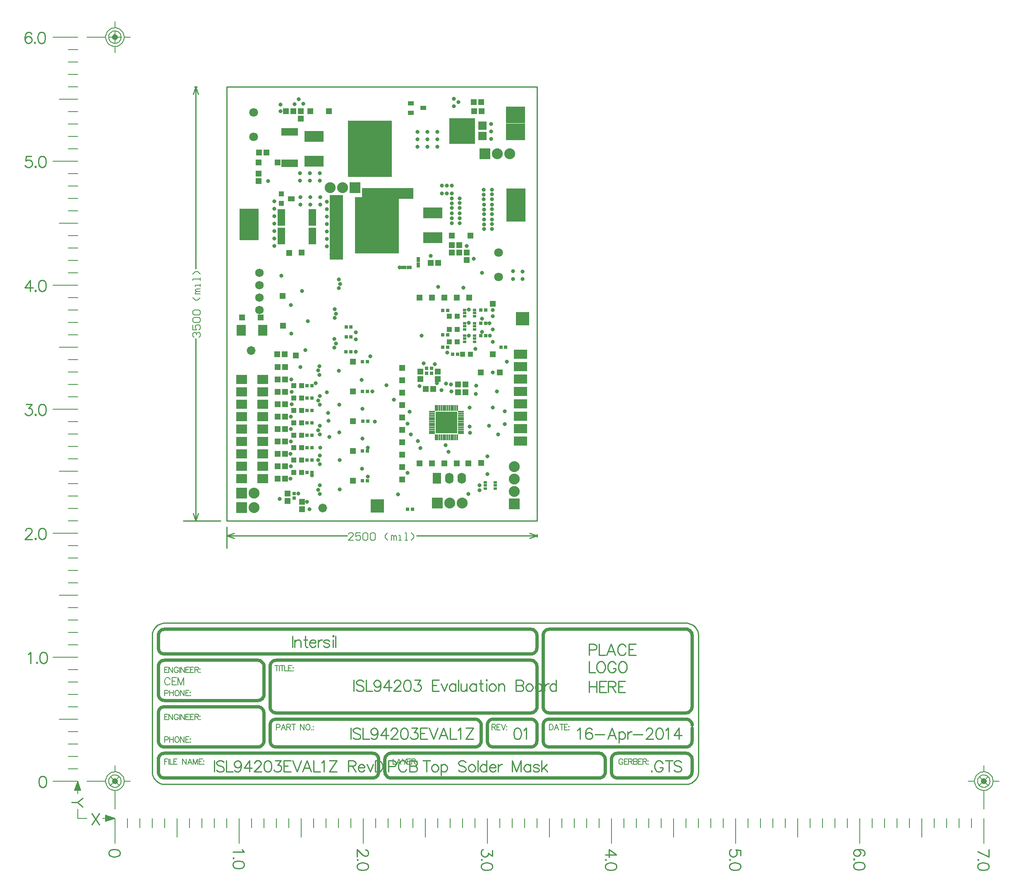
<source format=gts>
%FSLAX24Y24*%
%MOIN*%
G70*
G01*
G75*
%ADD10C,0.0100*%
%ADD11C,0.0080*%
%ADD12R,0.0217X0.0197*%
%ADD13R,0.0390X0.0270*%
%ADD14R,0.0400X0.0400*%
%ADD15R,0.0236X0.0315*%
%ADD16R,0.0079X0.0374*%
%ADD17R,0.0360X0.0360*%
%ADD18R,0.0500X0.0360*%
%ADD19R,0.0315X0.0236*%
%ADD20R,0.0394X0.0394*%
%ADD21R,0.3500X0.4500*%
%ADD22R,0.0700X0.0820*%
%ADD23R,0.1500X0.0820*%
%ADD24R,0.0197X0.0217*%
%ADD25R,0.1299X0.0512*%
%ADD26R,0.2000X0.2000*%
%ADD27R,0.0600X0.0600*%
%ADD28R,0.0512X0.1299*%
%ADD29R,0.0315X0.0315*%
%ADD30R,0.0315X0.0315*%
%ADD31R,0.0236X0.0157*%
%ADD32R,0.1693X0.1693*%
%ADD33R,0.0374X0.0079*%
%ADD34C,0.0200*%
%ADD35C,0.0400*%
%ADD36C,0.0250*%
%ADD37C,0.0150*%
%ADD38C,0.0120*%
%ADD39C,0.0500*%
%ADD40C,0.0750*%
%ADD41C,0.0300*%
%ADD42C,0.0090*%
%ADD43R,0.1980X0.2640*%
%ADD44R,0.0510X0.0630*%
%ADD45C,0.0060*%
%ADD46C,0.0050*%
%ADD47O,0.0600X0.0800*%
%ADD48R,0.0600X0.0800*%
%ADD49C,0.0250*%
%ADD50C,0.0630*%
%ADD51R,0.1000X0.0650*%
%ADD52C,0.0800*%
%ADD53R,0.0800X0.0800*%
%ADD54C,0.0600*%
%ADD55R,0.0800X0.0650*%
%ADD56R,0.1500X0.1250*%
%ADD57P,0.0650X8X0*%
%ADD58R,0.1500X0.2500*%
%ADD59R,0.1000X0.1000*%
%ADD60R,0.1410X0.1510*%
%ADD61R,0.0850X0.1400*%
%ADD62R,0.0840X0.1280*%
%ADD63R,0.0900X0.1380*%
%ADD64R,0.0950X0.1280*%
%ADD65R,0.0990X0.1540*%
%ADD66R,0.0880X0.1740*%
%ADD67R,0.1440X0.1570*%
%ADD68R,0.0820X0.0700*%
%ADD69R,0.0157X0.0236*%
%ADD70R,0.0630X0.0472*%
%ADD71R,0.0600X0.0500*%
%ADD72R,0.0440X0.0410*%
%ADD73R,0.0640X0.0650*%
%ADD74R,0.1030X0.1500*%
%ADD75R,0.1020X0.1460*%
%ADD76R,0.0560X0.0450*%
%ADD77R,0.0610X0.0520*%
%ADD78R,0.1020X0.1470*%
%ADD79R,0.1030X0.1440*%
%ADD80R,0.1080X0.1500*%
%ADD81R,0.0590X0.0470*%
%ADD82R,0.0610X0.0500*%
%ADD83R,0.1320X0.1390*%
%ADD84R,0.1110X0.1540*%
%ADD85R,0.1430X0.1590*%
%ADD86C,0.0039*%
%ADD87C,0.0110*%
%ADD88C,0.0070*%
%ADD89C,0.0020*%
%ADD90C,0.0079*%
%ADD91C,0.0040*%
%ADD92R,0.0090X0.0690*%
%ADD93R,0.0380X0.0700*%
%ADD94R,0.0400X0.0690*%
%ADD95R,0.0380X0.0560*%
%ADD96R,0.0160X0.0100*%
%ADD97R,0.0290X0.0110*%
%ADD98R,0.0400X0.0780*%
%ADD99R,0.0100X0.0060*%
%ADD100R,0.0450X0.0100*%
%ADD101R,0.0070X0.0080*%
%ADD102R,0.0430X0.0060*%
%ADD103R,0.0280X0.0050*%
%ADD104R,0.0180X0.0100*%
%ADD105R,0.0060X0.0050*%
%ADD106R,0.0310X0.0140*%
%ADD107R,0.0070X0.0120*%
%ADD108R,0.0060X0.0060*%
%ADD109R,0.0180X0.0150*%
%ADD110R,0.0130X0.0060*%
%ADD111R,0.0100X0.0110*%
%ADD112R,0.0110X0.0120*%
%ADD113R,0.0050X0.0050*%
%ADD114R,0.0070X0.0070*%
%ADD115R,0.0120X0.0060*%
%ADD116R,0.0070X0.0630*%
%ADD117R,0.0090X0.0030*%
%ADD118R,0.0050X0.0030*%
%ADD119R,0.0120X0.0590*%
%ADD120R,0.0040X0.0510*%
%ADD121R,0.0070X0.0020*%
%ADD122R,0.0050X0.0040*%
%ADD123R,0.0060X0.0030*%
%ADD124R,0.0040X0.0450*%
%ADD125R,0.0040X0.0040*%
%ADD126R,0.0040X0.0410*%
%ADD127R,0.0050X0.0330*%
%ADD128R,0.0040X0.0180*%
%ADD129R,0.0050X0.0160*%
%ADD130R,0.0070X0.0050*%
%ADD131R,0.0080X0.0140*%
%ADD132R,0.0220X0.0090*%
%ADD133R,0.0060X0.0040*%
%ADD134R,0.0150X0.0350*%
%ADD135R,0.0030X0.0050*%
%ADD136R,0.0350X0.0100*%
%ADD137R,0.0220X0.0160*%
%ADD138R,0.0160X0.0070*%
%ADD139R,0.0140X0.0070*%
%ADD140R,0.0090X0.0070*%
%ADD141R,0.0580X0.0150*%
%ADD142R,0.0050X0.0100*%
%ADD143R,0.0250X0.0020*%
%ADD144R,0.0040X0.0030*%
%ADD145R,0.0060X0.0090*%
%ADD146R,0.0390X0.0730*%
%ADD147R,0.0080X0.0160*%
%ADD148R,0.0040X0.0050*%
%ADD149R,0.0040X0.0160*%
%ADD150R,0.0320X0.0160*%
%ADD151R,0.0350X0.0090*%
%ADD152R,0.0100X0.0090*%
%ADD153R,0.0590X0.0100*%
%ADD154R,0.0300X0.0050*%
%ADD155R,0.0120X0.0030*%
%ADD156R,0.0060X0.0280*%
%ADD157R,0.0050X0.0190*%
%ADD158R,0.0050X0.0020*%
%ADD159R,0.0340X0.0250*%
%ADD160R,0.0320X0.0330*%
%ADD161R,0.0100X0.0140*%
%ADD162R,0.0050X0.0120*%
%ADD163R,0.0050X0.0080*%
%ADD164R,0.0330X0.0060*%
%ADD165R,0.0210X0.0040*%
%ADD166R,0.0090X0.0050*%
%ADD167R,0.0100X0.0080*%
%ADD168R,0.0090X0.0100*%
%ADD169R,0.0020X0.0030*%
%ADD170R,0.0560X0.0130*%
%ADD171R,0.0380X0.0050*%
%ADD172R,0.0080X0.0280*%
%ADD173R,0.0050X0.0180*%
%ADD174R,0.0380X0.0710*%
%ADD175R,0.0300X0.0180*%
%ADD176R,0.0270X0.0030*%
%ADD177R,0.0190X0.0050*%
%ADD178R,0.0070X0.0140*%
%ADD179R,0.0270X0.0040*%
%ADD180R,0.0180X0.0050*%
%ADD181R,0.0060X0.0110*%
%ADD182R,0.0390X0.1040*%
%ADD183R,0.0210X0.0100*%
%ADD184R,0.0315X0.0787*%
%ADD185R,0.3600X0.0670*%
%ADD186R,0.0080X0.0120*%
%ADD187R,0.0787X0.0315*%
%ADD188R,0.4170X0.0870*%
%ADD189R,0.1100X0.5200*%
%ADD190R,0.0297X0.0277*%
%ADD191R,0.0470X0.0350*%
%ADD192R,0.0480X0.0480*%
%ADD193R,0.0316X0.0395*%
%ADD194R,0.0159X0.0454*%
%ADD195R,0.0440X0.0440*%
%ADD196R,0.0580X0.0440*%
%ADD197R,0.0395X0.0316*%
%ADD198R,0.0474X0.0474*%
%ADD199R,0.3580X0.4580*%
%ADD200R,0.0780X0.0900*%
%ADD201R,0.1580X0.0900*%
%ADD202R,0.0277X0.0297*%
%ADD203R,0.1379X0.0592*%
%ADD204R,0.2080X0.2080*%
%ADD205R,0.0680X0.0680*%
%ADD206R,0.0592X0.1379*%
%ADD207R,0.0395X0.0395*%
%ADD208R,0.0395X0.0395*%
%ADD209R,0.0316X0.0237*%
%ADD210R,0.1773X0.1773*%
%ADD211R,0.0454X0.0159*%
%ADD212O,0.0680X0.0880*%
%ADD213R,0.0680X0.0880*%
%ADD214C,0.0330*%
%ADD215C,0.0710*%
%ADD216R,0.1080X0.0730*%
%ADD217C,0.0880*%
%ADD218R,0.0880X0.0880*%
%ADD219C,0.0680*%
%ADD220R,0.0880X0.0730*%
%ADD221R,0.1580X0.1330*%
%ADD222P,0.0730X8X0*%
%ADD223R,0.1580X0.2580*%
%ADD224R,0.1080X0.1080*%
D10*
X75685Y61463D02*
X75587Y61458D01*
X75490Y61444D01*
X75395Y61420D01*
X75302Y61387D01*
X75214Y61345D01*
X75129Y61295D01*
X75051Y61236D01*
X74978Y61170D01*
X74912Y61098D01*
X74853Y61019D01*
X74803Y60935D01*
X74761Y60846D01*
X74728Y60753D01*
X74704Y60658D01*
X74690Y60561D01*
X74685Y60463D01*
Y49473D02*
X74690Y49375D01*
X74704Y49278D01*
X74727Y49183D01*
X74760Y49091D01*
X74802Y49002D01*
X74852Y48918D01*
X74909Y48838D01*
X74975Y48765D01*
X75047Y48699D01*
X75125Y48640D01*
X75208Y48588D01*
X75296Y48545D01*
X75388Y48511D01*
X75483Y48486D01*
X75580Y48470D01*
X75677Y48463D01*
X117685Y48463D02*
X117783Y48468D01*
X117880Y48482D01*
X117975Y48506D01*
X118068Y48539D01*
X118156Y48581D01*
X118241Y48632D01*
X118319Y48690D01*
X118392Y48756D01*
X118458Y48829D01*
X118516Y48908D01*
X118567Y48992D01*
X118609Y49080D01*
X118642Y49173D01*
X118666Y49268D01*
X118680Y49365D01*
X118685Y49463D01*
Y60463D02*
X118680Y60561D01*
X118666Y60658D01*
X118642Y60753D01*
X118609Y60846D01*
X118567Y60935D01*
X118516Y61019D01*
X118458Y61098D01*
X118392Y61170D01*
X118319Y61236D01*
X118241Y61295D01*
X118156Y61345D01*
X118068Y61387D01*
X117975Y61420D01*
X117880Y61444D01*
X117783Y61458D01*
X117685Y61463D01*
X80685Y104713D02*
X105685D01*
X77185Y69713D02*
X80185D01*
X80685Y67513D02*
Y69213D01*
X105685Y68413D02*
Y68613D01*
X80685Y68413D02*
Y68613D01*
X105085Y68313D02*
X105685Y68513D01*
X105085Y68713D02*
X105685Y68513D01*
X80685D02*
X81285Y68313D01*
X80685Y68513D02*
X81285Y68713D01*
X95994Y68513D02*
X105685D01*
X80685D02*
X90376D01*
X80685Y69713D02*
X105685D01*
Y104713D01*
X80685Y69713D02*
Y104713D01*
X75685Y48463D02*
X117685D01*
X75685Y61463D02*
X117685D01*
X118685Y49463D02*
Y60463D01*
X74685Y49463D02*
Y60463D01*
X78085Y104713D02*
X78285D01*
X78085Y69713D02*
X78285D01*
X78185Y104713D02*
X78385Y104113D01*
X77985D02*
X78185Y104713D01*
Y69713D02*
X78385Y70313D01*
X77985D02*
X78185Y69713D01*
Y90022D02*
Y104713D01*
Y69713D02*
Y84404D01*
D11*
X142185Y48713D02*
X142175Y48814D01*
X142145Y48910D01*
X142095Y48999D01*
X142030Y49075D01*
X141950Y49137D01*
X141859Y49182D01*
X141761Y49207D01*
X141660Y49212D01*
X141560Y49197D01*
X141465Y49162D01*
X141379Y49108D01*
X141306Y49039D01*
X141248Y48956D01*
X141208Y48863D01*
X141188Y48764D01*
Y48662D01*
X141208Y48563D01*
X141248Y48470D01*
X141306Y48387D01*
X141379Y48318D01*
X141465Y48264D01*
X141560Y48229D01*
X141660Y48214D01*
X141761Y48219D01*
X141859Y48244D01*
X141950Y48289D01*
X142030Y48351D01*
X142095Y48427D01*
X142145Y48516D01*
X142175Y48612D01*
X142185Y48713D01*
X142435D02*
X142428Y48813D01*
X142408Y48911D01*
X142376Y49006D01*
X142330Y49095D01*
X142274Y49178D01*
X142206Y49252D01*
X142130Y49317D01*
X142045Y49371D01*
X141955Y49413D01*
X141859Y49443D01*
X141760Y49459D01*
X141660Y49463D01*
X141560Y49453D01*
X141463Y49429D01*
X141369Y49393D01*
X141281Y49345D01*
X141201Y49286D01*
X141129Y49216D01*
X141067Y49137D01*
X141016Y49051D01*
X140977Y48959D01*
X140950Y48862D01*
X140937Y48763D01*
Y48663D01*
X140950Y48564D01*
X140977Y48467D01*
X141016Y48375D01*
X141067Y48289D01*
X141129Y48210D01*
X141201Y48140D01*
X141281Y48081D01*
X141369Y48033D01*
X141463Y47997D01*
X141560Y47973D01*
X141660Y47963D01*
X141760Y47967D01*
X141859Y47983D01*
X141955Y48013D01*
X142045Y48055D01*
X142130Y48109D01*
X142206Y48174D01*
X142274Y48248D01*
X142330Y48331D01*
X142376Y48420D01*
X142408Y48515D01*
X142428Y48613D01*
X142435Y48713D01*
X141710D02*
X141660D01*
X141710D01*
X141735D02*
X141660Y48756D01*
Y48670D01*
X141735Y48713D01*
X141885D02*
X141862Y48806D01*
X141799Y48878D01*
X141709Y48912D01*
X141614Y48900D01*
X141535Y48846D01*
X141491Y48761D01*
Y48665D01*
X141535Y48580D01*
X141614Y48526D01*
X141709Y48514D01*
X141799Y48548D01*
X141862Y48620D01*
X141885Y48713D01*
X141835D02*
X141800Y48809D01*
X141711Y48861D01*
X141610Y48843D01*
X141544Y48764D01*
Y48662D01*
X141610Y48583D01*
X141711Y48565D01*
X141800Y48617D01*
X141835Y48713D01*
X141785D02*
X141735Y48800D01*
X141635D01*
X141585Y48713D01*
X141635Y48626D01*
X141735D01*
X141785Y48713D01*
X72435Y108713D02*
X72428Y108813D01*
X72408Y108911D01*
X72375Y109006D01*
X72330Y109095D01*
X72274Y109178D01*
X72206Y109252D01*
X72130Y109317D01*
X72045Y109371D01*
X71955Y109413D01*
X71859Y109443D01*
X71760Y109459D01*
X71660Y109463D01*
X71560Y109453D01*
X71463Y109429D01*
X71369Y109393D01*
X71281Y109345D01*
X71201Y109286D01*
X71129Y109216D01*
X71067Y109138D01*
X71016Y109051D01*
X70976Y108959D01*
X70950Y108863D01*
X70937Y108763D01*
Y108663D01*
X70950Y108564D01*
X70976Y108467D01*
X71016Y108375D01*
X71067Y108289D01*
X71129Y108210D01*
X71201Y108140D01*
X71281Y108081D01*
X71369Y108033D01*
X71463Y107997D01*
X71560Y107974D01*
X71660Y107964D01*
X71760Y107967D01*
X71859Y107984D01*
X71955Y108013D01*
X72045Y108055D01*
X72130Y108109D01*
X72206Y108174D01*
X72274Y108248D01*
X72330Y108331D01*
X72375Y108420D01*
X72408Y108515D01*
X72428Y108613D01*
X72435Y108713D01*
X71710D02*
X71660D01*
X71710D01*
X71735D02*
X71660Y108756D01*
Y108670D01*
X71735Y108713D01*
X71785D02*
X71735Y108800D01*
X71635D01*
X71585Y108713D01*
X71635Y108627D01*
X71735D01*
X71785Y108713D01*
X71835D02*
X71800Y108810D01*
X71711Y108861D01*
X71610Y108843D01*
X71544Y108764D01*
Y108662D01*
X71610Y108583D01*
X71711Y108565D01*
X71800Y108617D01*
X71835Y108713D01*
X71885D02*
X71862Y108806D01*
X71799Y108878D01*
X71709Y108912D01*
X71614Y108900D01*
X71535Y108846D01*
X71491Y108761D01*
Y108665D01*
X71535Y108581D01*
X71614Y108526D01*
X71709Y108515D01*
X71799Y108549D01*
X71862Y108620D01*
X71885Y108713D01*
X72185D02*
X72175Y108814D01*
X72144Y108910D01*
X72095Y108999D01*
X72029Y109076D01*
X71949Y109137D01*
X71859Y109182D01*
X71761Y109207D01*
X71660Y109212D01*
X71560Y109197D01*
X71465Y109162D01*
X71379Y109109D01*
X71306Y109039D01*
X71248Y108956D01*
X71208Y108863D01*
X71188Y108764D01*
Y108663D01*
X71208Y108563D01*
X71248Y108470D01*
X71306Y108387D01*
X71379Y108318D01*
X71465Y108264D01*
X71560Y108229D01*
X71660Y108214D01*
X71761Y108219D01*
X71859Y108244D01*
X71949Y108289D01*
X72029Y108351D01*
X72095Y108427D01*
X72144Y108516D01*
X72175Y108612D01*
X72185Y108713D01*
X72185Y48713D02*
X72175Y48814D01*
X72145Y48910D01*
X72095Y48999D01*
X72030Y49075D01*
X71950Y49137D01*
X71859Y49182D01*
X71761Y49207D01*
X71660Y49212D01*
X71560Y49197D01*
X71465Y49162D01*
X71379Y49108D01*
X71306Y49039D01*
X71248Y48956D01*
X71208Y48863D01*
X71188Y48764D01*
Y48662D01*
X71208Y48563D01*
X71248Y48470D01*
X71306Y48387D01*
X71379Y48318D01*
X71465Y48264D01*
X71560Y48229D01*
X71660Y48214D01*
X71761Y48219D01*
X71859Y48244D01*
X71950Y48289D01*
X72030Y48351D01*
X72095Y48427D01*
X72145Y48516D01*
X72175Y48612D01*
X72185Y48713D01*
X72435D02*
X72428Y48813D01*
X72408Y48911D01*
X72376Y49006D01*
X72330Y49095D01*
X72274Y49178D01*
X72206Y49252D01*
X72130Y49317D01*
X72045Y49371D01*
X71955Y49413D01*
X71859Y49443D01*
X71760Y49459D01*
X71660Y49463D01*
X71560Y49453D01*
X71463Y49429D01*
X71369Y49393D01*
X71281Y49345D01*
X71201Y49286D01*
X71129Y49216D01*
X71067Y49137D01*
X71016Y49051D01*
X70977Y48959D01*
X70950Y48862D01*
X70937Y48763D01*
Y48663D01*
X70950Y48564D01*
X70977Y48467D01*
X71016Y48375D01*
X71067Y48289D01*
X71129Y48210D01*
X71201Y48140D01*
X71281Y48081D01*
X71369Y48033D01*
X71463Y47997D01*
X71560Y47973D01*
X71660Y47963D01*
X71760Y47967D01*
X71859Y47983D01*
X71955Y48013D01*
X72045Y48055D01*
X72130Y48109D01*
X72206Y48174D01*
X72274Y48248D01*
X72330Y48331D01*
X72376Y48420D01*
X72408Y48515D01*
X72428Y48613D01*
X72435Y48713D01*
X71710D02*
X71660D01*
X71710D01*
X71735D02*
X71660Y48756D01*
Y48670D01*
X71735Y48713D01*
X71885D02*
X71862Y48806D01*
X71799Y48878D01*
X71709Y48912D01*
X71614Y48900D01*
X71535Y48846D01*
X71491Y48761D01*
Y48665D01*
X71535Y48580D01*
X71614Y48526D01*
X71709Y48514D01*
X71799Y48548D01*
X71862Y48620D01*
X71885Y48713D01*
X71785D02*
X71735Y48800D01*
X71635D01*
X71585Y48713D01*
X71635Y48626D01*
X71735D01*
X71785Y48713D01*
X71835D02*
X71800Y48809D01*
X71711Y48861D01*
X71610Y48843D01*
X71544Y48764D01*
Y48662D01*
X71610Y48583D01*
X71711Y48565D01*
X71800Y48617D01*
X71835Y48713D01*
X72435D02*
X72935D01*
X69435D02*
X70935D01*
X68685Y45713D02*
X69435D01*
X68435Y47963D02*
X68935D01*
X68540Y48043D02*
X68830D01*
X68590Y48078D02*
X68780D01*
X68490Y48008D02*
X68880D01*
X68640Y48113D02*
X68730D01*
X70685Y45713D02*
X70935D01*
X66685Y48713D02*
X68685D01*
X67935Y49713D02*
X68685D01*
X67935Y50713D02*
X68685D01*
X67935Y51713D02*
X68685D01*
X67935Y52713D02*
X68685D01*
X67185Y53713D02*
X68685D01*
X67935Y54713D02*
X68685D01*
X67935Y55713D02*
X68685D01*
X67935Y56713D02*
X68685D01*
X67935Y57713D02*
X68685D01*
X66685Y58713D02*
X68685D01*
X67935Y59713D02*
X68685D01*
X67935Y60713D02*
X68685D01*
X67935Y61713D02*
X68685D01*
X67935Y62713D02*
X68685D01*
X67185Y63713D02*
X68685D01*
X67935Y64713D02*
X68685D01*
X67935Y65713D02*
X68685D01*
X67935Y66713D02*
X68685D01*
X67935Y67713D02*
X68685D01*
X66685Y68713D02*
X68685D01*
X67935Y69713D02*
X68685D01*
X67935Y70713D02*
X68685D01*
X67935Y71713D02*
X68685D01*
X67935Y72713D02*
X68685D01*
X67185Y73713D02*
X68685D01*
X67935Y74713D02*
X68685D01*
X67935Y75713D02*
X68685D01*
X67935Y76713D02*
X68685D01*
X67935Y77713D02*
X68685D01*
X66685Y78713D02*
X68685D01*
X67935Y79713D02*
X68685D01*
X67935Y80713D02*
X68685D01*
X67935Y81713D02*
X68685D01*
X67935Y82713D02*
X68685D01*
X67185Y83713D02*
X68685D01*
X67935Y84713D02*
X68685D01*
X67935Y85713D02*
X68685D01*
X67935Y86713D02*
X68685D01*
X67935Y87713D02*
X68685D01*
X66685Y88713D02*
X68685D01*
X67935Y89713D02*
X68685D01*
X67935Y90713D02*
X68685D01*
X67935Y91713D02*
X68685D01*
X67935Y92713D02*
X68685D01*
X67185Y93713D02*
X68685D01*
X67935Y94713D02*
X68685D01*
X67935Y95713D02*
X68685D01*
X67935Y96713D02*
X68685D01*
X67935Y97713D02*
X68685D01*
X66685Y98713D02*
X68685D01*
X67935Y99713D02*
X68685D01*
X67935Y100713D02*
X68685D01*
X67935Y101713D02*
X68685D01*
X67935Y102713D02*
X68685D01*
X67185Y103713D02*
X68685D01*
X67935Y104713D02*
X68685D01*
X67935Y105713D02*
X68685D01*
X67935Y106713D02*
X68685D01*
X67935Y107713D02*
X68685D01*
X66685Y108713D02*
X68685D01*
X71685D02*
X72185D01*
X71185D02*
X71685D01*
X69435D02*
X70935D01*
X72435D02*
X72935D01*
X140435Y48713D02*
X140935D01*
X142435D02*
X142935D01*
X71685Y46463D02*
Y47963D01*
Y49463D02*
Y49963D01*
X68685Y45713D02*
Y46463D01*
X70935Y45463D02*
Y45963D01*
X71015Y45568D02*
Y45858D01*
X68685Y47713D02*
Y47963D01*
X71050Y45618D02*
Y45808D01*
X70980Y45518D02*
Y45908D01*
X71085Y45668D02*
Y45758D01*
X71685Y43713D02*
Y45713D01*
X72685Y44963D02*
Y45713D01*
X73685Y44963D02*
Y45713D01*
X74685Y44963D02*
Y45713D01*
X75685Y44963D02*
Y45713D01*
X76685Y44213D02*
Y45713D01*
X77685Y44963D02*
Y45713D01*
X78685Y44963D02*
Y45713D01*
X79685Y44963D02*
Y45713D01*
X80685Y44963D02*
Y45713D01*
X81685Y43713D02*
Y45713D01*
X82685Y44963D02*
Y45713D01*
X83685Y44963D02*
Y45713D01*
X84685Y44963D02*
Y45713D01*
X85685Y44963D02*
Y45713D01*
X86685Y44213D02*
Y45713D01*
X87685Y44963D02*
Y45713D01*
X88685Y44963D02*
Y45713D01*
X89685Y44963D02*
Y45713D01*
X90685Y44963D02*
Y45713D01*
X91685Y43713D02*
Y45713D01*
X92685Y44963D02*
Y45713D01*
X93685Y44963D02*
Y45713D01*
X94685Y44963D02*
Y45713D01*
X95685Y44963D02*
Y45713D01*
X96685Y44213D02*
Y45713D01*
X97685Y44963D02*
Y45713D01*
X98685Y44963D02*
Y45713D01*
X99685Y44963D02*
Y45713D01*
X100685Y44963D02*
Y45713D01*
X101685Y43713D02*
Y45713D01*
X102685Y44963D02*
Y45713D01*
X103685Y44963D02*
Y45713D01*
X104685Y44963D02*
Y45713D01*
X105685Y44963D02*
Y45713D01*
X106685Y44213D02*
Y45713D01*
X107685Y44963D02*
Y45713D01*
X108685Y44963D02*
Y45713D01*
X109685Y44963D02*
Y45713D01*
X110685Y44963D02*
Y45713D01*
X111685Y43713D02*
Y45713D01*
X112685Y44963D02*
Y45713D01*
X113685Y44963D02*
Y45713D01*
X114685Y44963D02*
Y45713D01*
X115685Y44963D02*
Y45713D01*
X116685Y44213D02*
Y45713D01*
X117685Y44963D02*
Y45713D01*
X118685Y44963D02*
Y45713D01*
X119685Y44963D02*
Y45713D01*
X120685Y44963D02*
Y45713D01*
X121685Y43713D02*
Y45713D01*
X122685Y44963D02*
Y45713D01*
X123685Y44963D02*
Y45713D01*
X124685Y44963D02*
Y45713D01*
X125685Y44963D02*
Y45713D01*
X126685Y44213D02*
Y45713D01*
X127685Y44963D02*
Y45713D01*
X128685Y44963D02*
Y45713D01*
X129685Y44963D02*
Y45713D01*
X130685Y44963D02*
Y45713D01*
X131685Y43713D02*
Y45713D01*
X132685Y44963D02*
Y45713D01*
X133685Y44963D02*
Y45713D01*
X134685Y44963D02*
Y45713D01*
X135685Y44963D02*
Y45713D01*
X136685Y44213D02*
Y45713D01*
X137685Y44963D02*
Y45713D01*
X138685Y44963D02*
Y45713D01*
X139685Y44963D02*
Y45713D01*
X140685Y44963D02*
Y45713D01*
X141685Y43713D02*
Y45713D01*
X71685Y108213D02*
Y108713D01*
Y109213D01*
Y109463D02*
Y109963D01*
Y107463D02*
Y107963D01*
X141685Y49463D02*
Y49963D01*
Y46463D02*
Y47963D01*
X71685Y48713D02*
X72035Y49063D01*
X71335Y48363D02*
X71685Y48713D01*
X141335Y48363D02*
X141685Y48713D01*
X142035Y49063D01*
X71685Y48713D02*
X72035Y48363D01*
X71335Y49063D02*
X71685Y48713D01*
X141685D02*
X142035Y48363D01*
X141335Y49063D02*
X141685Y48713D01*
X70935Y45463D02*
X71685Y45713D01*
X70935Y45963D02*
X71685Y45713D01*
X71015Y45858D02*
X71445Y45713D01*
X71015Y45568D02*
X71445Y45713D01*
X68685Y48713D02*
X68935Y47963D01*
X68435D02*
X68685Y48713D01*
X68540Y48043D02*
X68685Y48473D01*
X68830Y48043D01*
X68590Y48078D02*
X68685Y48358D01*
X68780Y48078D01*
X68490Y48008D02*
X68685Y48588D01*
X68880Y48008D01*
X68640Y48113D02*
X68685Y48243D01*
X68730Y48113D01*
X71050Y45808D02*
X71330Y45713D01*
X71050Y45618D02*
X71330Y45713D01*
X70980Y45908D02*
X71560Y45713D01*
X70980Y45518D02*
X71560Y45713D01*
X71085Y45758D02*
X71215Y45713D01*
X71085Y45668D02*
X71215Y45713D01*
X76113Y56920D02*
X76085Y56977D01*
X76028Y57034D01*
X75971Y57063D01*
X75856D01*
X75799Y57034D01*
X75742Y56977D01*
X75714Y56920D01*
X75685Y56834D01*
Y56692D01*
X75714Y56606D01*
X75742Y56549D01*
X75799Y56492D01*
X75856Y56463D01*
X75971D01*
X76028Y56492D01*
X76085Y56549D01*
X76113Y56606D01*
X76653Y57063D02*
X76282D01*
Y56463D01*
X76653D01*
X76282Y56777D02*
X76510D01*
X76753Y57063D02*
Y56463D01*
Y57063D02*
X76982Y56463D01*
X77210Y57063D02*
X76982Y56463D01*
X77210Y57063D02*
Y56463D01*
D36*
X118185Y53223D02*
X118176Y53319D01*
X118148Y53411D01*
X118102Y53495D01*
X118041Y53570D01*
X117967Y53631D01*
X117882Y53676D01*
X117791Y53704D01*
X117695Y53713D01*
X106685D02*
X106587Y53704D01*
X106494Y53675D01*
X106407Y53629D01*
X106331Y53567D01*
X106269Y53491D01*
X106223Y53404D01*
X106195Y53311D01*
X106185Y53213D01*
X117685Y54213D02*
X117782Y54223D01*
X117876Y54251D01*
X117963Y54297D01*
X118039Y54360D01*
X118101Y54435D01*
X118147Y54522D01*
X118175Y54616D01*
X118185Y54713D01*
X106185D02*
X106195Y54616D01*
X106223Y54522D01*
X106269Y54435D01*
X106331Y54360D01*
X106407Y54297D01*
X106494Y54251D01*
X106587Y54223D01*
X106685Y54213D01*
X118185Y60473D02*
X118175Y60571D01*
X118146Y60665D01*
X118099Y60751D01*
X118035Y60826D01*
X117958Y60886D01*
X117871Y60931D01*
X117776Y60956D01*
X117678Y60963D01*
X117685Y51463D02*
X117782Y51473D01*
X117876Y51501D01*
X117963Y51547D01*
X118039Y51610D01*
X118101Y51685D01*
X118147Y51772D01*
X118175Y51866D01*
X118185Y51963D01*
X118185Y50472D02*
X118174Y50568D01*
X118144Y50661D01*
X118098Y50746D01*
X118035Y50820D01*
X117960Y50881D01*
X117874Y50926D01*
X117781Y50954D01*
X117685Y50963D01*
Y48963D02*
X117782Y48973D01*
X117876Y49001D01*
X117963Y49047D01*
X118039Y49110D01*
X118101Y49185D01*
X118147Y49272D01*
X118175Y49366D01*
X118185Y49463D01*
X105185Y51463D02*
X105282Y51473D01*
X105376Y51501D01*
X105463Y51547D01*
X105539Y51610D01*
X105601Y51685D01*
X105647Y51772D01*
X105675Y51866D01*
X105685Y51963D01*
X106185Y51953D02*
X106195Y51856D01*
X106223Y51764D01*
X106269Y51678D01*
X106332Y51604D01*
X106407Y51543D01*
X106493Y51498D01*
X106587Y51471D01*
X106684Y51463D01*
X105685Y53223D02*
X105676Y53319D01*
X105648Y53411D01*
X105602Y53495D01*
X105541Y53570D01*
X105467Y53631D01*
X105382Y53676D01*
X105291Y53704D01*
X105195Y53713D01*
X75185Y49463D02*
X75194Y49367D01*
X75222Y49274D01*
X75267Y49188D01*
X75328Y49113D01*
X75403Y49050D01*
X75488Y49004D01*
X75580Y48974D01*
X75676Y48963D01*
X105194Y54213D02*
X105290Y54224D01*
X105382Y54254D01*
X105467Y54300D01*
X105542Y54363D01*
X105603Y54438D01*
X105648Y54524D01*
X105676Y54617D01*
X105685Y54713D01*
X75685Y50963D02*
X75587Y50954D01*
X75494Y50925D01*
X75407Y50879D01*
X75331Y50817D01*
X75269Y50741D01*
X75223Y50654D01*
X75195Y50561D01*
X75185Y50463D01*
X105685Y57963D02*
X105675Y58061D01*
X105647Y58154D01*
X105601Y58241D01*
X105539Y58317D01*
X105463Y58379D01*
X105376Y58425D01*
X105282Y58454D01*
X105185Y58463D01*
Y58963D02*
X105282Y58973D01*
X105376Y59001D01*
X105463Y59047D01*
X105539Y59110D01*
X105601Y59185D01*
X105647Y59272D01*
X105675Y59366D01*
X105685Y59463D01*
X106685Y60963D02*
X106587Y60954D01*
X106494Y60925D01*
X106407Y60879D01*
X106331Y60817D01*
X106269Y60741D01*
X106223Y60654D01*
X106195Y60561D01*
X106185Y60463D01*
X105685D02*
X105675Y60561D01*
X105647Y60654D01*
X105601Y60741D01*
X105539Y60817D01*
X105463Y60879D01*
X105376Y60925D01*
X105282Y60954D01*
X105185Y60963D01*
X75685D02*
X75587Y60954D01*
X75494Y60925D01*
X75407Y60879D01*
X75331Y60817D01*
X75269Y60741D01*
X75223Y60654D01*
X75195Y60561D01*
X75185Y60463D01*
Y59463D02*
X75195Y59366D01*
X75223Y59272D01*
X75269Y59185D01*
X75331Y59110D01*
X75407Y59047D01*
X75494Y59001D01*
X75587Y58973D01*
X75685Y58963D01*
Y58463D02*
X75587Y58454D01*
X75494Y58425D01*
X75407Y58379D01*
X75331Y58317D01*
X75269Y58241D01*
X75223Y58154D01*
X75195Y58061D01*
X75185Y57963D01*
Y55713D02*
X75195Y55616D01*
X75223Y55522D01*
X75269Y55435D01*
X75331Y55360D01*
X75407Y55297D01*
X75494Y55251D01*
X75587Y55223D01*
X75685Y55213D01*
Y54713D02*
X75587Y54704D01*
X75494Y54675D01*
X75407Y54629D01*
X75331Y54567D01*
X75269Y54491D01*
X75223Y54404D01*
X75195Y54311D01*
X75185Y54213D01*
Y51963D02*
X75194Y51867D01*
X75222Y51774D01*
X75267Y51688D01*
X75328Y51613D01*
X75403Y51550D01*
X75488Y51504D01*
X75580Y51474D01*
X75676Y51463D01*
X84685Y58463D02*
X84587Y58454D01*
X84494Y58425D01*
X84407Y58379D01*
X84331Y58317D01*
X84269Y58241D01*
X84223Y58154D01*
X84195Y58061D01*
X84185Y57963D01*
X84685Y53713D02*
X84587Y53704D01*
X84494Y53675D01*
X84407Y53629D01*
X84331Y53567D01*
X84269Y53491D01*
X84223Y53404D01*
X84195Y53311D01*
X84185Y53213D01*
X102165Y53713D02*
X102068Y53703D01*
X101975Y53674D01*
X101890Y53627D01*
X101817Y53564D01*
X101757Y53487D01*
X101715Y53399D01*
X101690Y53305D01*
X101686Y53208D01*
X101685Y51973D02*
X101695Y51875D01*
X101723Y51780D01*
X101769Y51693D01*
X101831Y51616D01*
X101907Y51552D01*
X101994Y51505D01*
X102088Y51475D01*
X102186Y51463D01*
X100695Y51463D02*
X100792Y51473D01*
X100884Y51501D01*
X100970Y51548D01*
X101044Y51610D01*
X101105Y51685D01*
X101150Y51772D01*
X101177Y51865D01*
X101185Y51962D01*
X101185Y53223D02*
X101176Y53319D01*
X101148Y53411D01*
X101102Y53495D01*
X101041Y53570D01*
X100967Y53631D01*
X100882Y53676D01*
X100791Y53704D01*
X100695Y53713D01*
X83195Y51463D02*
X83291Y51473D01*
X83382Y51500D01*
X83467Y51546D01*
X83541Y51607D01*
X83602Y51681D01*
X83648Y51766D01*
X83676Y51858D01*
X83685Y51953D01*
X84185D02*
X84194Y51858D01*
X84222Y51766D01*
X84268Y51681D01*
X84328Y51607D01*
X84403Y51546D01*
X84487Y51500D01*
X84579Y51473D01*
X84675Y51463D01*
X84185Y54703D02*
X84194Y54608D01*
X84222Y54516D01*
X84268Y54431D01*
X84328Y54357D01*
X84403Y54296D01*
X84487Y54250D01*
X84579Y54223D01*
X84675Y54213D01*
X83685Y54223D02*
X83675Y54321D01*
X83646Y54415D01*
X83599Y54501D01*
X83535Y54576D01*
X83458Y54636D01*
X83371Y54681D01*
X83276Y54706D01*
X83178Y54713D01*
X83205Y55213D02*
X83299Y55222D01*
X83389Y55250D01*
X83472Y55294D01*
X83544Y55354D01*
X83604Y55426D01*
X83648Y55509D01*
X83676Y55599D01*
X83685Y55693D01*
Y57973D02*
X83676Y58069D01*
X83648Y58161D01*
X83602Y58245D01*
X83541Y58320D01*
X83467Y58381D01*
X83382Y58426D01*
X83291Y58454D01*
X83195Y58463D01*
X112185Y50963D02*
X112087Y50954D01*
X111994Y50925D01*
X111907Y50879D01*
X111831Y50817D01*
X111769Y50741D01*
X111723Y50654D01*
X111695Y50561D01*
X111685Y50463D01*
Y49453D02*
X111695Y49356D01*
X111723Y49264D01*
X111769Y49178D01*
X111832Y49104D01*
X111907Y49043D01*
X111993Y48998D01*
X112087Y48971D01*
X112184Y48963D01*
X110697Y48963D02*
X110793Y48971D01*
X110887Y48999D01*
X110973Y49045D01*
X111047Y49107D01*
X111108Y49183D01*
X111152Y49269D01*
X111178Y49363D01*
X111185Y49460D01*
X111185Y50463D02*
X111175Y50561D01*
X111147Y50654D01*
X111101Y50741D01*
X111039Y50817D01*
X110963Y50879D01*
X110876Y50925D01*
X110782Y50954D01*
X110685Y50963D01*
X93435Y49463D02*
X93444Y49367D01*
X93472Y49274D01*
X93517Y49188D01*
X93578Y49113D01*
X93653Y49050D01*
X93738Y49004D01*
X93830Y48974D01*
X93926Y48963D01*
X93935Y50963D02*
X93837Y50954D01*
X93744Y50925D01*
X93657Y50879D01*
X93581Y50817D01*
X93519Y50741D01*
X93473Y50654D01*
X93445Y50561D01*
X93435Y50463D01*
X92447Y48963D02*
X92543Y48971D01*
X92637Y48999D01*
X92723Y49045D01*
X92797Y49107D01*
X92858Y49183D01*
X92902Y49269D01*
X92928Y49363D01*
X92935Y49460D01*
X92935Y50463D02*
X92925Y50561D01*
X92897Y50654D01*
X92851Y50741D01*
X92788Y50817D01*
X92713Y50879D01*
X92626Y50925D01*
X92532Y50954D01*
X92435Y50963D01*
X93935Y48963D02*
X110685D01*
X75685D02*
X92435D01*
X75685Y50963D02*
X92435D01*
X93935D02*
X110685D01*
X112185Y48963D02*
X117685D01*
X112185Y50963D02*
X117685D01*
X75685Y60963D02*
X105185D01*
X75685Y51463D02*
X83185D01*
X75685Y54713D02*
X83185D01*
X75685Y55213D02*
X83185D01*
X75685Y58463D02*
X83185D01*
X75685Y58963D02*
X105185D01*
X84685Y58463D02*
X105185D01*
X84685Y53713D02*
X100685D01*
X84685Y51463D02*
X100685D01*
X102185D02*
X105185D01*
X102185Y53713D02*
X105185D01*
X106685Y51463D02*
X117685D01*
X106685Y60963D02*
X117685D01*
X84685Y54213D02*
X105185D01*
X106685D02*
X117685D01*
X106685Y53713D02*
X117685D01*
X92935Y49463D02*
Y50463D01*
X93435Y49463D02*
Y50463D01*
X111185Y49463D02*
Y50463D01*
X111685Y49463D02*
Y50463D01*
X75185Y51963D02*
Y54213D01*
X83685Y51963D02*
Y54213D01*
X75185Y55713D02*
Y57963D01*
X83685Y55713D02*
Y57963D01*
X75185Y59463D02*
Y60463D01*
X105685Y59463D02*
Y60463D01*
Y54713D02*
Y57963D01*
X84185Y54713D02*
Y57963D01*
X101185Y51963D02*
Y53213D01*
X84185Y51963D02*
Y53213D01*
X101685Y51963D02*
Y53213D01*
X105685Y51963D02*
Y53213D01*
X118185Y49463D02*
Y50463D01*
Y51963D02*
Y52963D01*
X75185Y49463D02*
Y50463D01*
X106185Y54713D02*
Y60463D01*
X118185Y54713D02*
Y60463D01*
X106185Y51963D02*
Y53213D01*
D42*
X114928Y49549D02*
X114885Y49506D01*
X114928Y49463D01*
X114971Y49506D01*
X114928Y49549D01*
X115810Y50149D02*
X115768Y50234D01*
X115682Y50320D01*
X115596Y50363D01*
X115425D01*
X115339Y50320D01*
X115253Y50234D01*
X115211Y50149D01*
X115168Y50020D01*
Y49806D01*
X115211Y49677D01*
X115253Y49592D01*
X115339Y49506D01*
X115425Y49463D01*
X115596D01*
X115682Y49506D01*
X115768Y49592D01*
X115810Y49677D01*
Y49806D01*
X115596D02*
X115810D01*
X116316Y50363D02*
Y49463D01*
X116016Y50363D02*
X116616D01*
X117323Y50234D02*
X117237Y50320D01*
X117109Y50363D01*
X116937D01*
X116809Y50320D01*
X116723Y50234D01*
Y50149D01*
X116766Y50063D01*
X116809Y50020D01*
X116895Y49977D01*
X117152Y49892D01*
X117237Y49849D01*
X117280Y49806D01*
X117323Y49720D01*
Y49592D01*
X117237Y49506D01*
X117109Y49463D01*
X116937D01*
X116809Y49506D01*
X116723Y49592D01*
X64949Y108984D02*
X64906Y109070D01*
X64778Y109113D01*
X64692D01*
X64563Y109070D01*
X64478Y108942D01*
X64435Y108727D01*
Y108513D01*
X64478Y108342D01*
X64563Y108256D01*
X64692Y108213D01*
X64735D01*
X64863Y108256D01*
X64949Y108342D01*
X64992Y108470D01*
Y108513D01*
X64949Y108642D01*
X64863Y108727D01*
X64735Y108770D01*
X64692D01*
X64563Y108727D01*
X64478Y108642D01*
X64435Y108513D01*
X65232Y108299D02*
X65189Y108256D01*
X65232Y108213D01*
X65275Y108256D01*
X65232Y108299D01*
X65729Y109113D02*
X65600Y109070D01*
X65515Y108942D01*
X65472Y108727D01*
Y108599D01*
X65515Y108385D01*
X65600Y108256D01*
X65729Y108213D01*
X65815D01*
X65943Y108256D01*
X66029Y108385D01*
X66072Y108599D01*
Y108727D01*
X66029Y108942D01*
X65943Y109070D01*
X65815Y109113D01*
X65729D01*
X64863Y89113D02*
X64435Y88513D01*
X65078D01*
X64863Y89113D02*
Y88213D01*
X65279Y88299D02*
X65236Y88256D01*
X65279Y88213D01*
X65322Y88256D01*
X65279Y88299D01*
X65776Y89113D02*
X65648Y89070D01*
X65562Y88942D01*
X65519Y88727D01*
Y88599D01*
X65562Y88385D01*
X65648Y88256D01*
X65776Y88213D01*
X65862D01*
X65990Y88256D01*
X66076Y88385D01*
X66119Y88599D01*
Y88727D01*
X66076Y88942D01*
X65990Y89070D01*
X65862Y89113D01*
X65776D01*
X64478Y68899D02*
Y68942D01*
X64521Y69027D01*
X64563Y69070D01*
X64649Y69113D01*
X64821D01*
X64906Y69070D01*
X64949Y69027D01*
X64992Y68942D01*
Y68856D01*
X64949Y68770D01*
X64863Y68642D01*
X64435Y68213D01*
X65035D01*
X65279Y68299D02*
X65236Y68256D01*
X65279Y68213D01*
X65322Y68256D01*
X65279Y68299D01*
X65776Y69113D02*
X65648Y69070D01*
X65562Y68942D01*
X65519Y68727D01*
Y68599D01*
X65562Y68385D01*
X65648Y68256D01*
X65776Y68213D01*
X65862D01*
X65990Y68256D01*
X66076Y68385D01*
X66119Y68599D01*
Y68727D01*
X66076Y68942D01*
X65990Y69070D01*
X65862Y69113D01*
X65776D01*
X65817Y49113D02*
X65688Y49070D01*
X65603Y48942D01*
X65560Y48727D01*
Y48599D01*
X65603Y48385D01*
X65688Y48256D01*
X65817Y48213D01*
X65903D01*
X66031Y48256D01*
X66117Y48385D01*
X66160Y48599D01*
Y48727D01*
X66117Y48942D01*
X66031Y49070D01*
X65903Y49113D01*
X65817D01*
X64685Y58942D02*
X64771Y58984D01*
X64899Y59113D01*
Y58213D01*
X65388Y58299D02*
X65345Y58256D01*
X65388Y58213D01*
X65431Y58256D01*
X65388Y58299D01*
X65885Y59113D02*
X65756Y59070D01*
X65670Y58942D01*
X65628Y58727D01*
Y58599D01*
X65670Y58385D01*
X65756Y58256D01*
X65885Y58213D01*
X65970D01*
X66099Y58256D01*
X66185Y58385D01*
X66227Y58599D01*
Y58727D01*
X66185Y58942D01*
X66099Y59070D01*
X65970Y59113D01*
X65885D01*
X64521Y79113D02*
X64992D01*
X64735Y78770D01*
X64863D01*
X64949Y78727D01*
X64992Y78684D01*
X65035Y78556D01*
Y78470D01*
X64992Y78342D01*
X64906Y78256D01*
X64778Y78213D01*
X64649D01*
X64521Y78256D01*
X64478Y78299D01*
X64435Y78385D01*
X65279Y78299D02*
X65236Y78256D01*
X65279Y78213D01*
X65322Y78256D01*
X65279Y78299D01*
X65776Y79113D02*
X65648Y79070D01*
X65562Y78942D01*
X65519Y78727D01*
Y78599D01*
X65562Y78385D01*
X65648Y78256D01*
X65776Y78213D01*
X65862D01*
X65990Y78256D01*
X66076Y78385D01*
X66119Y78599D01*
Y78727D01*
X66076Y78942D01*
X65990Y79070D01*
X65862Y79113D01*
X65776D01*
X64949Y99113D02*
X64521D01*
X64478Y98727D01*
X64521Y98770D01*
X64649Y98813D01*
X64778D01*
X64906Y98770D01*
X64992Y98684D01*
X65035Y98556D01*
Y98470D01*
X64992Y98342D01*
X64906Y98256D01*
X64778Y98213D01*
X64649D01*
X64521Y98256D01*
X64478Y98299D01*
X64435Y98385D01*
X65279Y98299D02*
X65236Y98256D01*
X65279Y98213D01*
X65322Y98256D01*
X65279Y98299D01*
X65776Y99113D02*
X65648Y99070D01*
X65562Y98942D01*
X65519Y98727D01*
Y98599D01*
X65562Y98385D01*
X65648Y98256D01*
X65776Y98213D01*
X65862D01*
X65990Y98256D01*
X66076Y98385D01*
X66119Y98599D01*
Y98727D01*
X66076Y98942D01*
X65990Y99070D01*
X65862Y99113D01*
X65776D01*
X142085Y42613D02*
X141185Y43042D01*
X142085Y43213D02*
Y42613D01*
X141271Y42369D02*
X141228Y42412D01*
X141185Y42369D01*
X141228Y42326D01*
X141271Y42369D01*
X142085Y41872D02*
X142042Y42001D01*
X141913Y42086D01*
X141699Y42129D01*
X141571D01*
X141356Y42086D01*
X141228Y42001D01*
X141185Y41872D01*
Y41786D01*
X141228Y41658D01*
X141356Y41572D01*
X141571Y41529D01*
X141699D01*
X141913Y41572D01*
X142042Y41658D01*
X142085Y41786D01*
Y41872D01*
X122085Y42699D02*
Y43127D01*
X121699Y43170D01*
X121742Y43127D01*
X121785Y42999D01*
Y42870D01*
X121742Y42742D01*
X121656Y42656D01*
X121528Y42613D01*
X121442D01*
X121313Y42656D01*
X121228Y42742D01*
X121185Y42870D01*
Y42999D01*
X121228Y43127D01*
X121271Y43170D01*
X121356Y43213D01*
X121271Y42369D02*
X121228Y42412D01*
X121185Y42369D01*
X121228Y42326D01*
X121271Y42369D01*
X122085Y41872D02*
X122042Y42001D01*
X121913Y42086D01*
X121699Y42129D01*
X121571D01*
X121356Y42086D01*
X121228Y42001D01*
X121185Y41872D01*
Y41786D01*
X121228Y41658D01*
X121356Y41572D01*
X121571Y41529D01*
X121699D01*
X121913Y41572D01*
X122042Y41658D01*
X122085Y41786D01*
Y41872D01*
X102085Y43127D02*
Y42656D01*
X101742Y42913D01*
Y42785D01*
X101699Y42699D01*
X101656Y42656D01*
X101528Y42613D01*
X101442D01*
X101313Y42656D01*
X101228Y42742D01*
X101185Y42870D01*
Y42999D01*
X101228Y43127D01*
X101271Y43170D01*
X101356Y43213D01*
X101271Y42369D02*
X101228Y42412D01*
X101185Y42369D01*
X101228Y42326D01*
X101271Y42369D01*
X102085Y41872D02*
X102042Y42001D01*
X101913Y42086D01*
X101699Y42129D01*
X101571D01*
X101356Y42086D01*
X101228Y42001D01*
X101185Y41872D01*
Y41786D01*
X101228Y41658D01*
X101356Y41572D01*
X101571Y41529D01*
X101699D01*
X101913Y41572D01*
X102042Y41658D01*
X102085Y41786D01*
Y41872D01*
X81913Y43213D02*
X81956Y43127D01*
X82085Y42999D01*
X81185D01*
X81271Y42510D02*
X81228Y42553D01*
X81185Y42510D01*
X81228Y42468D01*
X81271Y42510D01*
X82085Y42013D02*
X82042Y42142D01*
X81913Y42228D01*
X81699Y42270D01*
X81571D01*
X81356Y42228D01*
X81228Y42142D01*
X81185Y42013D01*
Y41928D01*
X81228Y41799D01*
X81356Y41713D01*
X81571Y41671D01*
X81699D01*
X81913Y41713D01*
X82042Y41799D01*
X82085Y41928D01*
Y42013D01*
X72085Y42956D02*
X72042Y43085D01*
X71913Y43170D01*
X71699Y43213D01*
X71571D01*
X71356Y43170D01*
X71228Y43085D01*
X71185Y42956D01*
Y42870D01*
X71228Y42742D01*
X71356Y42656D01*
X71571Y42613D01*
X71699D01*
X71913Y42656D01*
X72042Y42742D01*
X72085Y42870D01*
Y42956D01*
X91871Y43170D02*
X91913D01*
X91999Y43127D01*
X92042Y43085D01*
X92085Y42999D01*
Y42828D01*
X92042Y42742D01*
X91999Y42699D01*
X91913Y42656D01*
X91828D01*
X91742Y42699D01*
X91613Y42785D01*
X91185Y43213D01*
Y42613D01*
X91271Y42369D02*
X91228Y42412D01*
X91185Y42369D01*
X91228Y42326D01*
X91271Y42369D01*
X92085Y41872D02*
X92042Y42001D01*
X91913Y42086D01*
X91699Y42129D01*
X91571D01*
X91356Y42086D01*
X91228Y42001D01*
X91185Y41872D01*
Y41786D01*
X91228Y41658D01*
X91356Y41572D01*
X91571Y41529D01*
X91699D01*
X91913Y41572D01*
X92042Y41658D01*
X92085Y41786D01*
Y41872D01*
X112085Y42785D02*
X111485Y43213D01*
Y42570D01*
X112085Y42785D02*
X111185D01*
X111271Y42369D02*
X111228Y42412D01*
X111185Y42369D01*
X111228Y42326D01*
X111271Y42369D01*
X112085Y41872D02*
X112042Y42001D01*
X111913Y42086D01*
X111699Y42129D01*
X111571D01*
X111356Y42086D01*
X111228Y42001D01*
X111185Y41872D01*
Y41786D01*
X111228Y41658D01*
X111356Y41572D01*
X111571Y41529D01*
X111699D01*
X111913Y41572D01*
X112042Y41658D01*
X112085Y41786D01*
Y41872D01*
X131956Y42699D02*
X132042Y42742D01*
X132085Y42870D01*
Y42956D01*
X132042Y43085D01*
X131913Y43170D01*
X131699Y43213D01*
X131485D01*
X131313Y43170D01*
X131228Y43085D01*
X131185Y42956D01*
Y42913D01*
X131228Y42785D01*
X131313Y42699D01*
X131442Y42656D01*
X131485D01*
X131613Y42699D01*
X131699Y42785D01*
X131742Y42913D01*
Y42956D01*
X131699Y43085D01*
X131613Y43170D01*
X131485Y43213D01*
X131271Y42416D02*
X131228Y42459D01*
X131185Y42416D01*
X131228Y42373D01*
X131271Y42416D01*
X132085Y41919D02*
X132042Y42048D01*
X131913Y42133D01*
X131699Y42176D01*
X131571D01*
X131356Y42133D01*
X131228Y42048D01*
X131185Y41919D01*
Y41833D01*
X131228Y41705D01*
X131356Y41619D01*
X131571Y41576D01*
X131699D01*
X131913Y41619D01*
X132042Y41705D01*
X132085Y41833D01*
Y41919D01*
X69810Y46113D02*
X70410Y45213D01*
Y46113D02*
X69810Y45213D01*
X69085Y47338D02*
X68656Y46995D01*
X68185D01*
X69085Y46653D02*
X68656Y46995D01*
X108935Y52817D02*
X109021Y52859D01*
X109149Y52988D01*
Y52088D01*
X110109Y52859D02*
X110066Y52945D01*
X109938Y52988D01*
X109852D01*
X109723Y52945D01*
X109638Y52817D01*
X109595Y52602D01*
Y52388D01*
X109638Y52217D01*
X109723Y52131D01*
X109852Y52088D01*
X109895D01*
X110023Y52131D01*
X110109Y52217D01*
X110152Y52345D01*
Y52388D01*
X110109Y52517D01*
X110023Y52602D01*
X109895Y52645D01*
X109852D01*
X109723Y52602D01*
X109638Y52517D01*
X109595Y52388D01*
X110349Y52474D02*
X111120D01*
X112071Y52088D02*
X111729Y52988D01*
X111386Y52088D01*
X111514Y52388D02*
X111943D01*
X112281Y52688D02*
Y51788D01*
Y52559D02*
X112367Y52645D01*
X112453Y52688D01*
X112581D01*
X112667Y52645D01*
X112753Y52559D01*
X112796Y52431D01*
Y52345D01*
X112753Y52217D01*
X112667Y52131D01*
X112581Y52088D01*
X112453D01*
X112367Y52131D01*
X112281Y52217D01*
X112988Y52688D02*
Y52088D01*
Y52431D02*
X113031Y52559D01*
X113117Y52645D01*
X113203Y52688D01*
X113331D01*
X113413Y52474D02*
X114184D01*
X114492Y52774D02*
Y52817D01*
X114535Y52902D01*
X114578Y52945D01*
X114664Y52988D01*
X114835D01*
X114921Y52945D01*
X114964Y52902D01*
X115007Y52817D01*
Y52731D01*
X114964Y52645D01*
X114878Y52517D01*
X114449Y52088D01*
X115049D01*
X115508Y52988D02*
X115379Y52945D01*
X115294Y52817D01*
X115251Y52602D01*
Y52474D01*
X115294Y52260D01*
X115379Y52131D01*
X115508Y52088D01*
X115594D01*
X115722Y52131D01*
X115808Y52260D01*
X115851Y52474D01*
Y52602D01*
X115808Y52817D01*
X115722Y52945D01*
X115594Y52988D01*
X115508D01*
X116052Y52817D02*
X116138Y52859D01*
X116266Y52988D01*
Y52088D01*
X117140Y52988D02*
X116712Y52388D01*
X117355D01*
X117140Y52988D02*
Y52088D01*
X109885Y56763D02*
Y55863D01*
X110485Y56763D02*
Y55863D01*
X109885Y56334D02*
X110485D01*
X111290Y56763D02*
X110733D01*
Y55863D01*
X111290D01*
X110733Y56334D02*
X111076D01*
X111440Y56763D02*
Y55863D01*
Y56763D02*
X111826D01*
X111955Y56720D01*
X111997Y56677D01*
X112040Y56592D01*
Y56506D01*
X111997Y56420D01*
X111955Y56377D01*
X111826Y56334D01*
X111440D01*
X111740D02*
X112040Y55863D01*
X112799Y56763D02*
X112242D01*
Y55863D01*
X112799D01*
X112242Y56334D02*
X112584D01*
X109885Y58363D02*
Y57463D01*
X110399D01*
X110755Y58363D02*
X110669Y58320D01*
X110583Y58234D01*
X110541Y58149D01*
X110498Y58020D01*
Y57806D01*
X110541Y57677D01*
X110583Y57592D01*
X110669Y57506D01*
X110755Y57463D01*
X110926D01*
X111012Y57506D01*
X111098Y57592D01*
X111140Y57677D01*
X111183Y57806D01*
Y58020D01*
X111140Y58149D01*
X111098Y58234D01*
X111012Y58320D01*
X110926Y58363D01*
X110755D01*
X112036Y58149D02*
X111993Y58234D01*
X111907Y58320D01*
X111822Y58363D01*
X111650D01*
X111565Y58320D01*
X111479Y58234D01*
X111436Y58149D01*
X111393Y58020D01*
Y57806D01*
X111436Y57677D01*
X111479Y57592D01*
X111565Y57506D01*
X111650Y57463D01*
X111822D01*
X111907Y57506D01*
X111993Y57592D01*
X112036Y57677D01*
Y57806D01*
X111822D02*
X112036D01*
X112499Y58363D02*
X112413Y58320D01*
X112327Y58234D01*
X112284Y58149D01*
X112242Y58020D01*
Y57806D01*
X112284Y57677D01*
X112327Y57592D01*
X112413Y57506D01*
X112499Y57463D01*
X112670D01*
X112756Y57506D01*
X112841Y57592D01*
X112884Y57677D01*
X112927Y57806D01*
Y58020D01*
X112884Y58149D01*
X112841Y58234D01*
X112756Y58320D01*
X112670Y58363D01*
X112499D01*
X109885Y59292D02*
X110271D01*
X110399Y59334D01*
X110442Y59377D01*
X110485Y59463D01*
Y59592D01*
X110442Y59677D01*
X110399Y59720D01*
X110271Y59763D01*
X109885D01*
Y58863D01*
X110686Y59763D02*
Y58863D01*
X111200D01*
X111985D02*
X111642Y59763D01*
X111299Y58863D01*
X111427Y59163D02*
X111856D01*
X112837Y59549D02*
X112794Y59634D01*
X112709Y59720D01*
X112623Y59763D01*
X112452D01*
X112366Y59720D01*
X112280Y59634D01*
X112237Y59549D01*
X112194Y59420D01*
Y59206D01*
X112237Y59077D01*
X112280Y58992D01*
X112366Y58906D01*
X112452Y58863D01*
X112623D01*
X112709Y58906D01*
X112794Y58992D01*
X112837Y59077D01*
X113647Y59763D02*
X113090D01*
Y58863D01*
X113647D01*
X113090Y59334D02*
X113433D01*
X104067Y52988D02*
X103938Y52945D01*
X103853Y52817D01*
X103810Y52602D01*
Y52474D01*
X103853Y52260D01*
X103938Y52131D01*
X104067Y52088D01*
X104153D01*
X104281Y52131D01*
X104367Y52260D01*
X104410Y52474D01*
Y52602D01*
X104367Y52817D01*
X104281Y52945D01*
X104153Y52988D01*
X104067D01*
X104611Y52817D02*
X104697Y52859D01*
X104825Y52988D01*
Y52088D01*
X96785Y50363D02*
Y49463D01*
X96485Y50363D02*
X97085D01*
X97406Y50063D02*
X97320Y50020D01*
X97235Y49934D01*
X97192Y49806D01*
Y49720D01*
X97235Y49592D01*
X97320Y49506D01*
X97406Y49463D01*
X97535D01*
X97620Y49506D01*
X97706Y49592D01*
X97749Y49720D01*
Y49806D01*
X97706Y49934D01*
X97620Y50020D01*
X97535Y50063D01*
X97406D01*
X97946D02*
Y49163D01*
Y49934D02*
X98032Y50020D01*
X98117Y50063D01*
X98246D01*
X98332Y50020D01*
X98417Y49934D01*
X98460Y49806D01*
Y49720D01*
X98417Y49592D01*
X98332Y49506D01*
X98246Y49463D01*
X98117D01*
X98032Y49506D01*
X97946Y49592D01*
X99960Y50234D02*
X99874Y50320D01*
X99746Y50363D01*
X99574D01*
X99446Y50320D01*
X99360Y50234D01*
Y50149D01*
X99403Y50063D01*
X99446Y50020D01*
X99531Y49977D01*
X99789Y49892D01*
X99874Y49849D01*
X99917Y49806D01*
X99960Y49720D01*
Y49592D01*
X99874Y49506D01*
X99746Y49463D01*
X99574D01*
X99446Y49506D01*
X99360Y49592D01*
X100376Y50063D02*
X100290Y50020D01*
X100204Y49934D01*
X100161Y49806D01*
Y49720D01*
X100204Y49592D01*
X100290Y49506D01*
X100376Y49463D01*
X100504D01*
X100590Y49506D01*
X100675Y49592D01*
X100718Y49720D01*
Y49806D01*
X100675Y49934D01*
X100590Y50020D01*
X100504Y50063D01*
X100376D01*
X100915Y50363D02*
Y49463D01*
X101618Y50363D02*
Y49463D01*
Y49934D02*
X101532Y50020D01*
X101447Y50063D01*
X101318D01*
X101233Y50020D01*
X101147Y49934D01*
X101104Y49806D01*
Y49720D01*
X101147Y49592D01*
X101233Y49506D01*
X101318Y49463D01*
X101447D01*
X101532Y49506D01*
X101618Y49592D01*
X101858Y49806D02*
X102372D01*
Y49892D01*
X102329Y49977D01*
X102287Y50020D01*
X102201Y50063D01*
X102072D01*
X101987Y50020D01*
X101901Y49934D01*
X101858Y49806D01*
Y49720D01*
X101901Y49592D01*
X101987Y49506D01*
X102072Y49463D01*
X102201D01*
X102287Y49506D01*
X102372Y49592D01*
X102565Y50063D02*
Y49463D01*
Y49806D02*
X102608Y49934D01*
X102694Y50020D01*
X102779Y50063D01*
X102908D01*
X103696Y50363D02*
Y49463D01*
Y50363D02*
X104039Y49463D01*
X104382Y50363D02*
X104039Y49463D01*
X104382Y50363D02*
Y49463D01*
X105153Y50063D02*
Y49463D01*
Y49934D02*
X105067Y50020D01*
X104982Y50063D01*
X104853D01*
X104767Y50020D01*
X104682Y49934D01*
X104639Y49806D01*
Y49720D01*
X104682Y49592D01*
X104767Y49506D01*
X104853Y49463D01*
X104982D01*
X105067Y49506D01*
X105153Y49592D01*
X105864Y49934D02*
X105822Y50020D01*
X105693Y50063D01*
X105564D01*
X105436Y50020D01*
X105393Y49934D01*
X105436Y49849D01*
X105522Y49806D01*
X105736Y49763D01*
X105822Y49720D01*
X105864Y49635D01*
Y49592D01*
X105822Y49506D01*
X105693Y49463D01*
X105564D01*
X105436Y49506D01*
X105393Y49592D01*
X106053Y50363D02*
Y49463D01*
X106481Y50063D02*
X106053Y49635D01*
X106224Y49806D02*
X106524Y49463D01*
X79685Y50363D02*
Y49463D01*
X80473Y50234D02*
X80388Y50320D01*
X80259Y50363D01*
X80088D01*
X79959Y50320D01*
X79873Y50234D01*
Y50149D01*
X79916Y50063D01*
X79959Y50020D01*
X80045Y49977D01*
X80302Y49892D01*
X80388Y49849D01*
X80430Y49806D01*
X80473Y49720D01*
Y49592D01*
X80388Y49506D01*
X80259Y49463D01*
X80088D01*
X79959Y49506D01*
X79873Y49592D01*
X80675Y50363D02*
Y49463D01*
X81189D01*
X81844Y50063D02*
X81802Y49934D01*
X81716Y49849D01*
X81587Y49806D01*
X81545D01*
X81416Y49849D01*
X81330Y49934D01*
X81287Y50063D01*
Y50106D01*
X81330Y50234D01*
X81416Y50320D01*
X81545Y50363D01*
X81587D01*
X81716Y50320D01*
X81802Y50234D01*
X81844Y50063D01*
Y49849D01*
X81802Y49635D01*
X81716Y49506D01*
X81587Y49463D01*
X81502D01*
X81373Y49506D01*
X81330Y49592D01*
X82517Y50363D02*
X82089Y49763D01*
X82731D01*
X82517Y50363D02*
Y49463D01*
X82933Y50149D02*
Y50192D01*
X82976Y50277D01*
X83019Y50320D01*
X83104Y50363D01*
X83276D01*
X83361Y50320D01*
X83404Y50277D01*
X83447Y50192D01*
Y50106D01*
X83404Y50020D01*
X83318Y49892D01*
X82890Y49463D01*
X83490D01*
X83948Y50363D02*
X83820Y50320D01*
X83734Y50192D01*
X83691Y49977D01*
Y49849D01*
X83734Y49635D01*
X83820Y49506D01*
X83948Y49463D01*
X84034D01*
X84163Y49506D01*
X84248Y49635D01*
X84291Y49849D01*
Y49977D01*
X84248Y50192D01*
X84163Y50320D01*
X84034Y50363D01*
X83948D01*
X84578D02*
X85050D01*
X84792Y50020D01*
X84921D01*
X85007Y49977D01*
X85050Y49934D01*
X85092Y49806D01*
Y49720D01*
X85050Y49592D01*
X84964Y49506D01*
X84835Y49463D01*
X84707D01*
X84578Y49506D01*
X84535Y49549D01*
X84492Y49635D01*
X85851Y50363D02*
X85294D01*
Y49463D01*
X85851D01*
X85294Y49934D02*
X85637D01*
X86001Y50363D02*
X86344Y49463D01*
X86686Y50363D02*
X86344Y49463D01*
X87488D02*
X87145Y50363D01*
X86802Y49463D01*
X86931Y49763D02*
X87359D01*
X87698Y50363D02*
Y49463D01*
X88212D01*
X88310Y50192D02*
X88396Y50234D01*
X88524Y50363D01*
Y49463D01*
X89570Y50363D02*
X88970Y49463D01*
Y50363D02*
X89570D01*
X88970Y49463D02*
X89570D01*
X90478Y50363D02*
Y49463D01*
Y50363D02*
X90864D01*
X90993Y50320D01*
X91035Y50277D01*
X91078Y50192D01*
Y50106D01*
X91035Y50020D01*
X90993Y49977D01*
X90864Y49934D01*
X90478D01*
X90778D02*
X91078Y49463D01*
X91280Y49806D02*
X91794D01*
Y49892D01*
X91751Y49977D01*
X91708Y50020D01*
X91622Y50063D01*
X91494D01*
X91408Y50020D01*
X91322Y49934D01*
X91280Y49806D01*
Y49720D01*
X91322Y49592D01*
X91408Y49506D01*
X91494Y49463D01*
X91622D01*
X91708Y49506D01*
X91794Y49592D01*
X91987Y50063D02*
X92244Y49463D01*
X92501Y50063D02*
X92244Y49463D01*
X92646Y50363D02*
Y49463D01*
Y50363D02*
X92946D01*
X93075Y50320D01*
X93161Y50234D01*
X93203Y50149D01*
X93246Y50020D01*
Y49806D01*
X93203Y49677D01*
X93161Y49592D01*
X93075Y49506D01*
X92946Y49463D01*
X92646D01*
X93491Y49549D02*
X93448Y49506D01*
X93491Y49463D01*
X93533Y49506D01*
X93491Y49549D01*
X93731Y49892D02*
X94116D01*
X94245Y49934D01*
X94288Y49977D01*
X94330Y50063D01*
Y50192D01*
X94288Y50277D01*
X94245Y50320D01*
X94116Y50363D01*
X93731D01*
Y49463D01*
X95174Y50149D02*
X95132Y50234D01*
X95046Y50320D01*
X94960Y50363D01*
X94789D01*
X94703Y50320D01*
X94617Y50234D01*
X94575Y50149D01*
X94532Y50020D01*
Y49806D01*
X94575Y49677D01*
X94617Y49592D01*
X94703Y49506D01*
X94789Y49463D01*
X94960D01*
X95046Y49506D01*
X95132Y49592D01*
X95174Y49677D01*
X95427Y50363D02*
Y49463D01*
Y50363D02*
X95813D01*
X95941Y50320D01*
X95984Y50277D01*
X96027Y50192D01*
Y50106D01*
X95984Y50020D01*
X95941Y49977D01*
X95813Y49934D01*
X95427D02*
X95813D01*
X95941Y49892D01*
X95984Y49849D01*
X96027Y49763D01*
Y49635D01*
X95984Y49549D01*
X95941Y49506D01*
X95813Y49463D01*
X95427D01*
X90935Y56863D02*
Y55963D01*
X91723Y56734D02*
X91638Y56820D01*
X91509Y56863D01*
X91338D01*
X91209Y56820D01*
X91123Y56734D01*
Y56649D01*
X91166Y56563D01*
X91209Y56520D01*
X91295Y56477D01*
X91552Y56392D01*
X91638Y56349D01*
X91680Y56306D01*
X91723Y56220D01*
Y56092D01*
X91638Y56006D01*
X91509Y55963D01*
X91338D01*
X91209Y56006D01*
X91123Y56092D01*
X91925Y56863D02*
Y55963D01*
X92439D01*
X93094Y56563D02*
X93052Y56434D01*
X92966Y56349D01*
X92837Y56306D01*
X92795D01*
X92666Y56349D01*
X92580Y56434D01*
X92537Y56563D01*
Y56606D01*
X92580Y56734D01*
X92666Y56820D01*
X92795Y56863D01*
X92837D01*
X92966Y56820D01*
X93052Y56734D01*
X93094Y56563D01*
Y56349D01*
X93052Y56135D01*
X92966Y56006D01*
X92837Y55963D01*
X92752D01*
X92623Y56006D01*
X92580Y56092D01*
X93767Y56863D02*
X93339Y56263D01*
X93981D01*
X93767Y56863D02*
Y55963D01*
X94183Y56649D02*
Y56692D01*
X94226Y56777D01*
X94269Y56820D01*
X94354Y56863D01*
X94526D01*
X94611Y56820D01*
X94654Y56777D01*
X94697Y56692D01*
Y56606D01*
X94654Y56520D01*
X94568Y56392D01*
X94140Y55963D01*
X94740D01*
X95198Y56863D02*
X95070Y56820D01*
X94984Y56692D01*
X94941Y56477D01*
Y56349D01*
X94984Y56135D01*
X95070Y56006D01*
X95198Y55963D01*
X95284D01*
X95413Y56006D01*
X95498Y56135D01*
X95541Y56349D01*
Y56477D01*
X95498Y56692D01*
X95413Y56820D01*
X95284Y56863D01*
X95198D01*
X95828D02*
X96300D01*
X96042Y56520D01*
X96171D01*
X96257Y56477D01*
X96300Y56434D01*
X96342Y56306D01*
Y56220D01*
X96300Y56092D01*
X96214Y56006D01*
X96085Y55963D01*
X95957D01*
X95828Y56006D01*
X95785Y56049D01*
X95742Y56135D01*
X97808Y56863D02*
X97251D01*
Y55963D01*
X97808D01*
X97251Y56434D02*
X97594D01*
X97958Y56563D02*
X98215Y55963D01*
X98472Y56563D02*
X98215Y55963D01*
X99132Y56563D02*
Y55963D01*
Y56434D02*
X99046Y56520D01*
X98960Y56563D01*
X98832D01*
X98746Y56520D01*
X98660Y56434D01*
X98618Y56306D01*
Y56220D01*
X98660Y56092D01*
X98746Y56006D01*
X98832Y55963D01*
X98960D01*
X99046Y56006D01*
X99132Y56092D01*
X99372Y56863D02*
Y55963D01*
X99560Y56563D02*
Y56135D01*
X99603Y56006D01*
X99689Y55963D01*
X99817D01*
X99903Y56006D01*
X100032Y56135D01*
Y56563D02*
Y55963D01*
X100781Y56563D02*
Y55963D01*
Y56434D02*
X100696Y56520D01*
X100610Y56563D01*
X100481D01*
X100396Y56520D01*
X100310Y56434D01*
X100267Y56306D01*
Y56220D01*
X100310Y56092D01*
X100396Y56006D01*
X100481Y55963D01*
X100610D01*
X100696Y56006D01*
X100781Y56092D01*
X101150Y56863D02*
Y56135D01*
X101193Y56006D01*
X101278Y55963D01*
X101364D01*
X101021Y56563D02*
X101321D01*
X101578Y56863D02*
X101621Y56820D01*
X101664Y56863D01*
X101621Y56906D01*
X101578Y56863D01*
X101621Y56563D02*
Y55963D01*
X102037Y56563D02*
X101951Y56520D01*
X101865Y56434D01*
X101823Y56306D01*
Y56220D01*
X101865Y56092D01*
X101951Y56006D01*
X102037Y55963D01*
X102165D01*
X102251Y56006D01*
X102337Y56092D01*
X102380Y56220D01*
Y56306D01*
X102337Y56434D01*
X102251Y56520D01*
X102165Y56563D01*
X102037D01*
X102577D02*
Y55963D01*
Y56392D02*
X102705Y56520D01*
X102791Y56563D01*
X102920D01*
X103005Y56520D01*
X103048Y56392D01*
Y55963D01*
X103991Y56863D02*
Y55963D01*
Y56863D02*
X104376D01*
X104505Y56820D01*
X104548Y56777D01*
X104591Y56692D01*
Y56606D01*
X104548Y56520D01*
X104505Y56477D01*
X104376Y56434D01*
X103991D02*
X104376D01*
X104505Y56392D01*
X104548Y56349D01*
X104591Y56263D01*
Y56135D01*
X104548Y56049D01*
X104505Y56006D01*
X104376Y55963D01*
X103991D01*
X105006Y56563D02*
X104921Y56520D01*
X104835Y56434D01*
X104792Y56306D01*
Y56220D01*
X104835Y56092D01*
X104921Y56006D01*
X105006Y55963D01*
X105135D01*
X105220Y56006D01*
X105306Y56092D01*
X105349Y56220D01*
Y56306D01*
X105306Y56434D01*
X105220Y56520D01*
X105135Y56563D01*
X105006D01*
X106060D02*
Y55963D01*
Y56434D02*
X105975Y56520D01*
X105889Y56563D01*
X105760D01*
X105675Y56520D01*
X105589Y56434D01*
X105546Y56306D01*
Y56220D01*
X105589Y56092D01*
X105675Y56006D01*
X105760Y55963D01*
X105889D01*
X105975Y56006D01*
X106060Y56092D01*
X106300Y56563D02*
Y55963D01*
Y56306D02*
X106343Y56434D01*
X106429Y56520D01*
X106514Y56563D01*
X106643D01*
X107239Y56863D02*
Y55963D01*
Y56434D02*
X107153Y56520D01*
X107067Y56563D01*
X106939D01*
X106853Y56520D01*
X106767Y56434D01*
X106724Y56306D01*
Y56220D01*
X106767Y56092D01*
X106853Y56006D01*
X106939Y55963D01*
X107067D01*
X107153Y56006D01*
X107239Y56092D01*
X85985Y60413D02*
Y59513D01*
X86173Y60113D02*
Y59513D01*
Y59942D02*
X86302Y60070D01*
X86388Y60113D01*
X86516D01*
X86602Y60070D01*
X86645Y59942D01*
Y59513D01*
X87009Y60413D02*
Y59685D01*
X87052Y59556D01*
X87138Y59513D01*
X87223D01*
X86880Y60113D02*
X87180D01*
X87352Y59856D02*
X87866D01*
Y59942D01*
X87823Y60027D01*
X87780Y60070D01*
X87695Y60113D01*
X87566D01*
X87480Y60070D01*
X87395Y59984D01*
X87352Y59856D01*
Y59770D01*
X87395Y59642D01*
X87480Y59556D01*
X87566Y59513D01*
X87695D01*
X87780Y59556D01*
X87866Y59642D01*
X88059Y60113D02*
Y59513D01*
Y59856D02*
X88102Y59984D01*
X88187Y60070D01*
X88273Y60113D01*
X88402D01*
X88954Y59984D02*
X88911Y60070D01*
X88783Y60113D01*
X88654D01*
X88526Y60070D01*
X88483Y59984D01*
X88526Y59899D01*
X88612Y59856D01*
X88826Y59813D01*
X88911Y59770D01*
X88954Y59685D01*
Y59642D01*
X88911Y59556D01*
X88783Y59513D01*
X88654D01*
X88526Y59556D01*
X88483Y59642D01*
X89229Y60413D02*
X89271Y60370D01*
X89314Y60413D01*
X89271Y60456D01*
X89229Y60413D01*
X89271Y60113D02*
Y59513D01*
X89473Y60413D02*
Y59513D01*
X90685Y52988D02*
Y52088D01*
X91473Y52859D02*
X91388Y52945D01*
X91259Y52988D01*
X91088D01*
X90959Y52945D01*
X90873Y52859D01*
Y52774D01*
X90916Y52688D01*
X90959Y52645D01*
X91045Y52602D01*
X91302Y52517D01*
X91388Y52474D01*
X91431Y52431D01*
X91473Y52345D01*
Y52217D01*
X91388Y52131D01*
X91259Y52088D01*
X91088D01*
X90959Y52131D01*
X90873Y52217D01*
X91675Y52988D02*
Y52088D01*
X92189D01*
X92844Y52688D02*
X92802Y52559D01*
X92716Y52474D01*
X92587Y52431D01*
X92545D01*
X92416Y52474D01*
X92330Y52559D01*
X92287Y52688D01*
Y52731D01*
X92330Y52859D01*
X92416Y52945D01*
X92545Y52988D01*
X92587D01*
X92716Y52945D01*
X92802Y52859D01*
X92844Y52688D01*
Y52474D01*
X92802Y52260D01*
X92716Y52131D01*
X92587Y52088D01*
X92502D01*
X92373Y52131D01*
X92330Y52217D01*
X93517Y52988D02*
X93089Y52388D01*
X93731D01*
X93517Y52988D02*
Y52088D01*
X93933Y52774D02*
Y52817D01*
X93976Y52902D01*
X94019Y52945D01*
X94104Y52988D01*
X94276D01*
X94361Y52945D01*
X94404Y52902D01*
X94447Y52817D01*
Y52731D01*
X94404Y52645D01*
X94318Y52517D01*
X93890Y52088D01*
X94490D01*
X94948Y52988D02*
X94820Y52945D01*
X94734Y52817D01*
X94691Y52602D01*
Y52474D01*
X94734Y52260D01*
X94820Y52131D01*
X94948Y52088D01*
X95034D01*
X95163Y52131D01*
X95248Y52260D01*
X95291Y52474D01*
Y52602D01*
X95248Y52817D01*
X95163Y52945D01*
X95034Y52988D01*
X94948D01*
X95578D02*
X96050D01*
X95792Y52645D01*
X95921D01*
X96007Y52602D01*
X96050Y52559D01*
X96092Y52431D01*
Y52345D01*
X96050Y52217D01*
X95964Y52131D01*
X95835Y52088D01*
X95707D01*
X95578Y52131D01*
X95535Y52174D01*
X95492Y52260D01*
X96851Y52988D02*
X96294D01*
Y52088D01*
X96851D01*
X96294Y52559D02*
X96637D01*
X97001Y52988D02*
X97344Y52088D01*
X97686Y52988D02*
X97344Y52088D01*
X98488D02*
X98145Y52988D01*
X97802Y52088D01*
X97931Y52388D02*
X98359D01*
X98698Y52988D02*
Y52088D01*
X99212D01*
X99310Y52817D02*
X99396Y52859D01*
X99524Y52988D01*
Y52088D01*
X100570Y52988D02*
X99970Y52088D01*
Y52988D02*
X100570D01*
X99970Y52088D02*
X100570D01*
D45*
X90876Y68153D02*
X90476D01*
X90876Y68553D01*
Y68653D01*
X90776Y68753D01*
X90576D01*
X90476Y68653D01*
X91475Y68753D02*
X91076D01*
Y68453D01*
X91276Y68553D01*
X91376D01*
X91475Y68453D01*
Y68253D01*
X91376Y68153D01*
X91176D01*
X91076Y68253D01*
X91675Y68653D02*
X91775Y68753D01*
X91975D01*
X92075Y68653D01*
Y68253D01*
X91975Y68153D01*
X91775D01*
X91675Y68253D01*
Y68653D01*
X92275D02*
X92375Y68753D01*
X92575D01*
X92675Y68653D01*
Y68253D01*
X92575Y68153D01*
X92375D01*
X92275Y68253D01*
Y68653D01*
X93675Y68153D02*
X93475Y68353D01*
Y68553D01*
X93675Y68753D01*
X93975Y68153D02*
Y68553D01*
X94075D01*
X94175Y68453D01*
Y68153D01*
Y68453D01*
X94275Y68553D01*
X94375Y68453D01*
Y68153D01*
X94574D02*
X94774D01*
X94674D01*
Y68553D01*
X94574D01*
X95074Y68153D02*
X95274D01*
X95174D01*
Y68753D01*
X95074D01*
X95574Y68153D02*
X95774Y68353D01*
Y68553D01*
X95574Y68753D01*
X78045Y84504D02*
X77945Y84604D01*
Y84804D01*
X78045Y84904D01*
X78145D01*
X78245Y84804D01*
Y84704D01*
Y84804D01*
X78345Y84904D01*
X78445D01*
X78545Y84804D01*
Y84604D01*
X78445Y84504D01*
X77945Y85504D02*
Y85104D01*
X78245D01*
X78145Y85304D01*
Y85404D01*
X78245Y85504D01*
X78445D01*
X78545Y85404D01*
Y85204D01*
X78445Y85104D01*
X78045Y85704D02*
X77945Y85804D01*
Y86004D01*
X78045Y86103D01*
X78445D01*
X78545Y86004D01*
Y85804D01*
X78445Y85704D01*
X78045D01*
Y86303D02*
X77945Y86403D01*
Y86603D01*
X78045Y86703D01*
X78445D01*
X78545Y86603D01*
Y86403D01*
X78445Y86303D01*
X78045D01*
X78545Y87703D02*
X78345Y87503D01*
X78145D01*
X77945Y87703D01*
X78545Y88003D02*
X78145D01*
Y88103D01*
X78245Y88203D01*
X78545D01*
X78245D01*
X78145Y88303D01*
X78245Y88403D01*
X78545D01*
Y88603D02*
Y88803D01*
Y88703D01*
X78145D01*
Y88603D01*
X78545Y89103D02*
Y89302D01*
Y89202D01*
X77945D01*
Y89103D01*
X78545Y89602D02*
X78345Y89802D01*
X78145D01*
X77945Y89602D01*
D46*
X106685Y53288D02*
Y52838D01*
Y53288D02*
X106835D01*
X106899Y53267D01*
X106942Y53224D01*
X106963Y53181D01*
X106985Y53117D01*
Y53010D01*
X106963Y52945D01*
X106942Y52902D01*
X106899Y52860D01*
X106835Y52838D01*
X106685D01*
X107428D02*
X107257Y53288D01*
X107086Y52838D01*
X107150Y52988D02*
X107364D01*
X107683Y53288D02*
Y52838D01*
X107533Y53288D02*
X107833D01*
X108165D02*
X107887D01*
Y52838D01*
X108165D01*
X107887Y53074D02*
X108058D01*
X108262Y53138D02*
X108240Y53117D01*
X108262Y53095D01*
X108283Y53117D01*
X108262Y53138D01*
Y52881D02*
X108240Y52860D01*
X108262Y52838D01*
X108283Y52860D01*
X108262Y52881D01*
X102060Y53288D02*
Y52838D01*
Y53288D02*
X102253D01*
X102317Y53267D01*
X102338Y53245D01*
X102360Y53202D01*
Y53159D01*
X102338Y53117D01*
X102317Y53095D01*
X102253Y53074D01*
X102060D01*
X102210D02*
X102360Y52838D01*
X102739Y53288D02*
X102461D01*
Y52838D01*
X102739D01*
X102461Y53074D02*
X102632D01*
X102814Y53288D02*
X102985Y52838D01*
X103157Y53288D02*
X102985Y52838D01*
X103236Y53138D02*
X103215Y53117D01*
X103236Y53095D01*
X103258Y53117D01*
X103236Y53138D01*
Y52881D02*
X103215Y52860D01*
X103236Y52838D01*
X103258Y52860D01*
X103236Y52881D01*
X75685Y55802D02*
X75878D01*
X75942Y55824D01*
X75963Y55845D01*
X75985Y55888D01*
Y55952D01*
X75963Y55995D01*
X75942Y56017D01*
X75878Y56038D01*
X75685D01*
Y55588D01*
X76086Y56038D02*
Y55588D01*
X76386Y56038D02*
Y55588D01*
X76086Y55824D02*
X76386D01*
X76638Y56038D02*
X76595Y56017D01*
X76553Y55974D01*
X76531Y55931D01*
X76510Y55867D01*
Y55760D01*
X76531Y55695D01*
X76553Y55652D01*
X76595Y55610D01*
X76638Y55588D01*
X76724D01*
X76767Y55610D01*
X76810Y55652D01*
X76831Y55695D01*
X76853Y55760D01*
Y55867D01*
X76831Y55931D01*
X76810Y55974D01*
X76767Y56017D01*
X76724Y56038D01*
X76638D01*
X76958D02*
Y55588D01*
Y56038D02*
X77257Y55588D01*
Y56038D02*
Y55588D01*
X77660Y56038D02*
X77382D01*
Y55588D01*
X77660D01*
X77382Y55824D02*
X77553D01*
X77757Y55888D02*
X77735Y55867D01*
X77757Y55845D01*
X77778Y55867D01*
X77757Y55888D01*
Y55631D02*
X77735Y55610D01*
X77757Y55588D01*
X77778Y55610D01*
X77757Y55631D01*
X75685Y52052D02*
X75878D01*
X75942Y52074D01*
X75963Y52095D01*
X75985Y52138D01*
Y52202D01*
X75963Y52245D01*
X75942Y52267D01*
X75878Y52288D01*
X75685D01*
Y51838D01*
X76086Y52288D02*
Y51838D01*
X76386Y52288D02*
Y51838D01*
X76086Y52074D02*
X76386D01*
X76638Y52288D02*
X76595Y52267D01*
X76553Y52224D01*
X76531Y52181D01*
X76510Y52117D01*
Y52010D01*
X76531Y51945D01*
X76553Y51902D01*
X76595Y51860D01*
X76638Y51838D01*
X76724D01*
X76767Y51860D01*
X76810Y51902D01*
X76831Y51945D01*
X76853Y52010D01*
Y52117D01*
X76831Y52181D01*
X76810Y52224D01*
X76767Y52267D01*
X76724Y52288D01*
X76638D01*
X76958D02*
Y51838D01*
Y52288D02*
X77257Y51838D01*
Y52288D02*
Y51838D01*
X77660Y52288D02*
X77382D01*
Y51838D01*
X77660D01*
X77382Y52074D02*
X77553D01*
X77757Y52138D02*
X77735Y52117D01*
X77757Y52095D01*
X77778Y52117D01*
X77757Y52138D01*
Y51881D02*
X77735Y51860D01*
X77757Y51838D01*
X77778Y51860D01*
X77757Y51881D01*
X94085Y50513D02*
Y50063D01*
X94342D01*
X94734D02*
X94563Y50513D01*
X94391Y50063D01*
X94456Y50213D02*
X94670D01*
X94839Y50513D02*
X95010Y50299D01*
Y50063D01*
X95182Y50513D02*
X95010Y50299D01*
X95518Y50513D02*
X95240D01*
Y50063D01*
X95518D01*
X95240Y50299D02*
X95411D01*
X95593Y50513D02*
Y50063D01*
Y50513D02*
X95786D01*
X95850Y50492D01*
X95872Y50470D01*
X95893Y50427D01*
Y50384D01*
X95872Y50342D01*
X95850Y50320D01*
X95786Y50299D01*
X95593D01*
X95743D02*
X95893Y50063D01*
X96015Y50363D02*
X95994Y50342D01*
X96015Y50320D01*
X96037Y50342D01*
X96015Y50363D01*
Y50106D02*
X95994Y50085D01*
X96015Y50063D01*
X96037Y50085D01*
X96015Y50106D01*
X75963Y57913D02*
X75685D01*
Y57463D01*
X75963D01*
X75685Y57699D02*
X75856D01*
X76038Y57913D02*
Y57463D01*
Y57913D02*
X76338Y57463D01*
Y57913D02*
Y57463D01*
X76784Y57806D02*
X76763Y57849D01*
X76720Y57892D01*
X76677Y57913D01*
X76591D01*
X76548Y57892D01*
X76505Y57849D01*
X76484Y57806D01*
X76463Y57742D01*
Y57635D01*
X76484Y57570D01*
X76505Y57527D01*
X76548Y57485D01*
X76591Y57463D01*
X76677D01*
X76720Y57485D01*
X76763Y57527D01*
X76784Y57570D01*
Y57635D01*
X76677D02*
X76784D01*
X76887Y57913D02*
Y57463D01*
X76981Y57913D02*
Y57463D01*
Y57913D02*
X77281Y57463D01*
Y57913D02*
Y57463D01*
X77684Y57913D02*
X77405D01*
Y57463D01*
X77684D01*
X77405Y57699D02*
X77577D01*
X78037Y57913D02*
X77759D01*
Y57463D01*
X78037D01*
X77759Y57699D02*
X77930D01*
X78112Y57913D02*
Y57463D01*
Y57913D02*
X78305D01*
X78369Y57892D01*
X78391Y57870D01*
X78412Y57827D01*
Y57784D01*
X78391Y57742D01*
X78369Y57720D01*
X78305Y57699D01*
X78112D01*
X78262D02*
X78412Y57463D01*
X78534Y57763D02*
X78513Y57742D01*
X78534Y57720D01*
X78556Y57742D01*
X78534Y57763D01*
Y57506D02*
X78513Y57485D01*
X78534Y57463D01*
X78556Y57485D01*
X78534Y57506D01*
X84685Y53052D02*
X84878D01*
X84942Y53074D01*
X84963Y53095D01*
X84985Y53138D01*
Y53202D01*
X84963Y53245D01*
X84942Y53267D01*
X84878Y53288D01*
X84685D01*
Y52838D01*
X85428D02*
X85257Y53288D01*
X85086Y52838D01*
X85150Y52988D02*
X85364D01*
X85533Y53288D02*
Y52838D01*
Y53288D02*
X85726D01*
X85790Y53267D01*
X85812Y53245D01*
X85833Y53202D01*
Y53159D01*
X85812Y53117D01*
X85790Y53095D01*
X85726Y53074D01*
X85533D01*
X85683D02*
X85833Y52838D01*
X86084Y53288D02*
Y52838D01*
X85934Y53288D02*
X86234D01*
X86641D02*
Y52838D01*
Y53288D02*
X86941Y52838D01*
Y53288D02*
Y52838D01*
X87194Y53288D02*
X87151Y53267D01*
X87108Y53224D01*
X87087Y53181D01*
X87065Y53117D01*
Y53010D01*
X87087Y52945D01*
X87108Y52902D01*
X87151Y52860D01*
X87194Y52838D01*
X87279D01*
X87322Y52860D01*
X87365Y52902D01*
X87387Y52945D01*
X87408Y53010D01*
Y53117D01*
X87387Y53181D01*
X87365Y53224D01*
X87322Y53267D01*
X87279Y53288D01*
X87194D01*
X87534Y52881D02*
X87513Y52860D01*
X87534Y52838D01*
X87556Y52860D01*
X87534Y52881D01*
X87676Y53138D02*
X87654Y53117D01*
X87676Y53095D01*
X87697Y53117D01*
X87676Y53138D01*
Y52881D02*
X87654Y52860D01*
X87676Y52838D01*
X87697Y52860D01*
X87676Y52881D01*
X84710Y58038D02*
Y57588D01*
X84560Y58038D02*
X84860D01*
X84913D02*
Y57588D01*
X85158Y58038D02*
Y57588D01*
X85008Y58038D02*
X85308D01*
X85361D02*
Y57588D01*
X85618D01*
X85946Y58038D02*
X85668D01*
Y57588D01*
X85946D01*
X85668Y57824D02*
X85839D01*
X86042Y57888D02*
X86021Y57867D01*
X86042Y57845D01*
X86064Y57867D01*
X86042Y57888D01*
Y57631D02*
X86021Y57610D01*
X86042Y57588D01*
X86064Y57610D01*
X86042Y57631D01*
X75963Y54113D02*
X75685D01*
Y53663D01*
X75963D01*
X75685Y53899D02*
X75856D01*
X76038Y54113D02*
Y53663D01*
Y54113D02*
X76338Y53663D01*
Y54113D02*
Y53663D01*
X76784Y54006D02*
X76763Y54049D01*
X76720Y54092D01*
X76677Y54113D01*
X76591D01*
X76548Y54092D01*
X76505Y54049D01*
X76484Y54006D01*
X76463Y53942D01*
Y53835D01*
X76484Y53770D01*
X76505Y53727D01*
X76548Y53685D01*
X76591Y53663D01*
X76677D01*
X76720Y53685D01*
X76763Y53727D01*
X76784Y53770D01*
Y53835D01*
X76677D02*
X76784D01*
X76887Y54113D02*
Y53663D01*
X76981Y54113D02*
Y53663D01*
Y54113D02*
X77281Y53663D01*
Y54113D02*
Y53663D01*
X77684Y54113D02*
X77405D01*
Y53663D01*
X77684D01*
X77405Y53899D02*
X77577D01*
X78037Y54113D02*
X77759D01*
Y53663D01*
X78037D01*
X77759Y53899D02*
X77930D01*
X78112Y54113D02*
Y53663D01*
Y54113D02*
X78305D01*
X78369Y54092D01*
X78391Y54070D01*
X78412Y54027D01*
Y53984D01*
X78391Y53942D01*
X78369Y53920D01*
X78305Y53899D01*
X78112D01*
X78262D02*
X78412Y53663D01*
X78534Y53963D02*
X78513Y53942D01*
X78534Y53920D01*
X78556Y53942D01*
X78534Y53963D01*
Y53706D02*
X78513Y53685D01*
X78534Y53663D01*
X78556Y53685D01*
X78534Y53706D01*
X75685Y50513D02*
Y50063D01*
Y50513D02*
X75963D01*
X75685Y50299D02*
X75856D01*
X76015Y50513D02*
Y50063D01*
X76109Y50513D02*
Y50063D01*
X76366D01*
X76694Y50513D02*
X76416D01*
Y50063D01*
X76694D01*
X76416Y50299D02*
X76587D01*
X77123Y50513D02*
Y50063D01*
Y50513D02*
X77422Y50063D01*
Y50513D02*
Y50063D01*
X77889D02*
X77718Y50513D01*
X77547Y50063D01*
X77611Y50213D02*
X77825D01*
X77994Y50513D02*
Y50063D01*
Y50513D02*
X78166Y50063D01*
X78337Y50513D02*
X78166Y50063D01*
X78337Y50513D02*
Y50063D01*
X78744Y50513D02*
X78466D01*
Y50063D01*
X78744D01*
X78466Y50299D02*
X78637D01*
X78841Y50363D02*
X78819Y50342D01*
X78841Y50320D01*
X78862Y50342D01*
X78841Y50363D01*
Y50106D02*
X78819Y50085D01*
X78841Y50063D01*
X78862Y50085D01*
X78841Y50106D01*
X112606Y50406D02*
X112585Y50449D01*
X112542Y50492D01*
X112499Y50513D01*
X112413D01*
X112371Y50492D01*
X112328Y50449D01*
X112306Y50406D01*
X112285Y50342D01*
Y50235D01*
X112306Y50170D01*
X112328Y50127D01*
X112371Y50085D01*
X112413Y50063D01*
X112499D01*
X112542Y50085D01*
X112585Y50127D01*
X112606Y50170D01*
Y50235D01*
X112499D02*
X112606D01*
X112988Y50513D02*
X112709D01*
Y50063D01*
X112988D01*
X112709Y50299D02*
X112881D01*
X113063Y50513D02*
Y50063D01*
Y50513D02*
X113255D01*
X113320Y50492D01*
X113341Y50470D01*
X113363Y50427D01*
Y50384D01*
X113341Y50342D01*
X113320Y50320D01*
X113255Y50299D01*
X113063D01*
X113213D02*
X113363Y50063D01*
X113463Y50513D02*
Y50063D01*
Y50513D02*
X113656D01*
X113720Y50492D01*
X113742Y50470D01*
X113763Y50427D01*
Y50384D01*
X113742Y50342D01*
X113720Y50320D01*
X113656Y50299D01*
X113463D02*
X113656D01*
X113720Y50277D01*
X113742Y50256D01*
X113763Y50213D01*
Y50149D01*
X113742Y50106D01*
X113720Y50085D01*
X113656Y50063D01*
X113463D01*
X114142Y50513D02*
X113864D01*
Y50063D01*
X114142D01*
X113864Y50299D02*
X114035D01*
X114217Y50513D02*
Y50063D01*
Y50513D02*
X114410D01*
X114474Y50492D01*
X114496Y50470D01*
X114517Y50427D01*
Y50384D01*
X114496Y50342D01*
X114474Y50320D01*
X114410Y50299D01*
X114217D01*
X114367D02*
X114517Y50063D01*
X114639Y50363D02*
X114618Y50342D01*
X114639Y50320D01*
X114661Y50342D01*
X114639Y50363D01*
Y50106D02*
X114618Y50085D01*
X114639Y50063D01*
X114661Y50085D01*
X114639Y50106D01*
D188*
X93650Y96108D02*
D03*
D189*
X89515Y93383D02*
D03*
D190*
X96807Y81603D02*
D03*
Y81997D02*
D03*
X97205D02*
D03*
Y81603D02*
D03*
X86130Y71918D02*
D03*
Y71524D02*
D03*
D191*
X95525Y103363D02*
D03*
X96525Y102988D02*
D03*
X95525Y102613D02*
D03*
D192*
X97740Y90503D02*
D03*
X97140D02*
D03*
X99922Y80693D02*
D03*
X97705Y81153D02*
D03*
Y81753D02*
D03*
X96305Y81153D02*
D03*
Y81753D02*
D03*
X97326Y80333D02*
D03*
X96726D02*
D03*
X100035Y91343D02*
D03*
Y90743D02*
D03*
X99425Y91343D02*
D03*
Y91943D02*
D03*
X98815D02*
D03*
Y91343D02*
D03*
X86754Y70641D02*
D03*
Y71241D02*
D03*
X85600Y71311D02*
D03*
Y71911D02*
D03*
X83277Y99419D02*
D03*
X83877D02*
D03*
X86670Y102732D02*
D03*
Y102132D02*
D03*
X84785Y73113D02*
D03*
X85385D02*
D03*
X84785Y74113D02*
D03*
X85385D02*
D03*
X84785Y75113D02*
D03*
X85385D02*
D03*
X84785Y76113D02*
D03*
X85385D02*
D03*
X84785Y77113D02*
D03*
X85385D02*
D03*
X84785Y78113D02*
D03*
X85385D02*
D03*
X84785Y79113D02*
D03*
X85385D02*
D03*
X84785Y80113D02*
D03*
X85385D02*
D03*
X84785Y81113D02*
D03*
X85385D02*
D03*
X85473Y102733D02*
D03*
X86073D02*
D03*
X83275Y97093D02*
D03*
Y97693D02*
D03*
X85385Y82113D02*
D03*
X84785D02*
D03*
X99322Y80693D02*
D03*
X99321Y80083D02*
D03*
X99921D02*
D03*
X84764Y83128D02*
D03*
X85364D02*
D03*
X100605Y103473D02*
D03*
X101205D02*
D03*
X101225Y102743D02*
D03*
X100625D02*
D03*
X98225Y74353D02*
D03*
X97225D02*
D03*
X90855Y80133D02*
D03*
Y77733D02*
D03*
X94815Y81052D02*
D03*
Y80052D02*
D03*
Y79052D02*
D03*
Y77052D02*
D03*
Y78052D02*
D03*
Y74052D02*
D03*
Y75052D02*
D03*
X86715Y91343D02*
D03*
X85715Y91313D02*
D03*
X94811Y82052D02*
D03*
X96225Y74353D02*
D03*
X94815Y76052D02*
D03*
X99225Y87713D02*
D03*
Y74353D02*
D03*
X101195Y74363D02*
D03*
X100175Y74353D02*
D03*
X102135Y83133D02*
D03*
X97225Y87703D02*
D03*
X98225D02*
D03*
X100225D02*
D03*
X96225D02*
D03*
X85205Y87853D02*
D03*
X85225Y85423D02*
D03*
X86255Y83043D02*
D03*
X90855Y82533D02*
D03*
Y75333D02*
D03*
Y72933D02*
D03*
X94815Y73052D02*
D03*
X102135Y87213D02*
D03*
D193*
X96125Y90780D02*
D03*
Y90347D02*
D03*
D194*
X98934Y78796D02*
D03*
X97832D02*
D03*
X97675D02*
D03*
Y76453D02*
D03*
X97517D02*
D03*
X97832D02*
D03*
X97990D02*
D03*
X98147D02*
D03*
X98305D02*
D03*
X98462D02*
D03*
X98620D02*
D03*
X98777D02*
D03*
X98934D02*
D03*
X99092D02*
D03*
X99249D02*
D03*
Y78796D02*
D03*
X99092D02*
D03*
X98777D02*
D03*
X98620D02*
D03*
X98462D02*
D03*
X98305D02*
D03*
X98147D02*
D03*
X97990D02*
D03*
X97517D02*
D03*
D195*
X85085Y96063D02*
D03*
Y95313D02*
D03*
D196*
X85885Y95683D02*
D03*
D197*
X95401Y90143D02*
D03*
X94968D02*
D03*
D198*
X98817Y92693D02*
D03*
X100333D02*
D03*
X81923Y86119D02*
D03*
X83439D02*
D03*
X88939Y102745D02*
D03*
X87423D02*
D03*
X84789Y98605D02*
D03*
X83273D02*
D03*
X101165Y81683D02*
D03*
X102681D02*
D03*
D199*
X92791Y93523D02*
D03*
X92219Y99693D02*
D03*
D200*
X81870Y85079D02*
D03*
X83590D02*
D03*
D201*
X97291Y92523D02*
D03*
Y94523D02*
D03*
X87719Y100693D02*
D03*
Y98693D02*
D03*
D202*
X98487Y83699D02*
D03*
X98094D02*
D03*
X98487Y84693D02*
D03*
X98094D02*
D03*
X98487Y86679D02*
D03*
X98094D02*
D03*
X91641Y72923D02*
D03*
X92035D02*
D03*
X91641Y75323D02*
D03*
X92035D02*
D03*
X91651Y77723D02*
D03*
X92045D02*
D03*
X91641Y80123D02*
D03*
X92035D02*
D03*
X91631Y82523D02*
D03*
X92025D02*
D03*
X90301Y83323D02*
D03*
X90695D02*
D03*
X90311Y84533D02*
D03*
X90705D02*
D03*
X90311Y85323D02*
D03*
X90705D02*
D03*
X87150Y76618D02*
D03*
X87544D02*
D03*
X87150Y74618D02*
D03*
X87544D02*
D03*
X87150Y75618D02*
D03*
X87544D02*
D03*
X87150Y73618D02*
D03*
X87544D02*
D03*
X87150Y77618D02*
D03*
X87544D02*
D03*
X101565Y84632D02*
D03*
X101171D02*
D03*
X98895Y83129D02*
D03*
X99289D02*
D03*
X101171Y85638D02*
D03*
X101565D02*
D03*
X101171Y86718D02*
D03*
X101565D02*
D03*
X87151Y78618D02*
D03*
X87545D02*
D03*
X87151Y79618D02*
D03*
X87545D02*
D03*
X87151Y80618D02*
D03*
X87545D02*
D03*
X95665Y70648D02*
D03*
X95272D02*
D03*
X102781Y83713D02*
D03*
X103175D02*
D03*
D203*
X85745Y98551D02*
D03*
Y101070D02*
D03*
D204*
X99666Y101148D02*
D03*
D205*
X101286Y100728D02*
D03*
Y101568D02*
D03*
D206*
X85085Y92683D02*
D03*
X87605D02*
D03*
Y94183D02*
D03*
X85085D02*
D03*
D207*
X86725Y73618D02*
D03*
X86095D02*
D03*
X86725Y74618D02*
D03*
X86095D02*
D03*
X86725Y75618D02*
D03*
X86095D02*
D03*
X86725Y76618D02*
D03*
X86095D02*
D03*
X86725Y77618D02*
D03*
X86095D02*
D03*
Y78618D02*
D03*
Y79618D02*
D03*
X86725D02*
D03*
X86095Y80618D02*
D03*
X86725D02*
D03*
X99244Y84138D02*
D03*
X98614D02*
D03*
X99244Y85133D02*
D03*
X98614D02*
D03*
X100324Y83123D02*
D03*
X99694D02*
D03*
X99244Y86207D02*
D03*
X98614D02*
D03*
D208*
X86725Y78618D02*
D03*
D209*
X99859Y84392D02*
D03*
Y84136D02*
D03*
X100646Y84648D02*
D03*
Y84392D02*
D03*
Y84136D02*
D03*
X99859Y84648D02*
D03*
Y85389D02*
D03*
Y85133D02*
D03*
X100646Y85645D02*
D03*
Y85389D02*
D03*
Y85133D02*
D03*
X99859Y85645D02*
D03*
X99854Y86462D02*
D03*
Y86206D02*
D03*
X100642Y86718D02*
D03*
Y86462D02*
D03*
Y86206D02*
D03*
X99854Y86718D02*
D03*
X101535Y72813D02*
D03*
X102322Y72301D02*
D03*
Y72557D02*
D03*
Y72813D02*
D03*
X101535Y72301D02*
D03*
Y72557D02*
D03*
D210*
X98383Y77625D02*
D03*
D211*
X99555Y78491D02*
D03*
X97212D02*
D03*
Y78176D02*
D03*
Y78018D02*
D03*
Y77861D02*
D03*
Y77703D02*
D03*
Y77546D02*
D03*
Y77388D02*
D03*
Y77231D02*
D03*
Y77073D02*
D03*
Y76916D02*
D03*
Y76758D02*
D03*
X99555D02*
D03*
Y76916D02*
D03*
Y77073D02*
D03*
Y77231D02*
D03*
Y77388D02*
D03*
Y77546D02*
D03*
Y77703D02*
D03*
Y77861D02*
D03*
Y78018D02*
D03*
Y78176D02*
D03*
Y78333D02*
D03*
X97212D02*
D03*
D212*
X99635Y73154D02*
D03*
X98635D02*
D03*
D213*
X97635D02*
D03*
D214*
X99465Y94503D02*
D03*
Y94113D02*
D03*
Y93713D02*
D03*
X98825D02*
D03*
Y94103D02*
D03*
Y94503D02*
D03*
X98815Y96113D02*
D03*
X98425D02*
D03*
X98025D02*
D03*
Y96753D02*
D03*
X98415D02*
D03*
X98815D02*
D03*
X101415Y93223D02*
D03*
Y93613D02*
D03*
Y94013D02*
D03*
X102055D02*
D03*
Y93623D02*
D03*
Y93223D02*
D03*
X101415Y94423D02*
D03*
Y94813D02*
D03*
Y95213D02*
D03*
X102055D02*
D03*
Y94823D02*
D03*
Y94423D02*
D03*
X101405Y95623D02*
D03*
Y96013D02*
D03*
Y96413D02*
D03*
X102045D02*
D03*
Y96023D02*
D03*
Y95623D02*
D03*
X101695Y74893D02*
D03*
X98545Y75263D02*
D03*
X87405Y97133D02*
D03*
X88205Y97733D02*
D03*
X87405D02*
D03*
X86605D02*
D03*
X88205Y97133D02*
D03*
X86605D02*
D03*
X87435Y95203D02*
D03*
X88235Y95803D02*
D03*
X87435D02*
D03*
X86635D02*
D03*
X88235Y95203D02*
D03*
X86635D02*
D03*
X84525Y95483D02*
D03*
Y94883D02*
D03*
Y93683D02*
D03*
Y91883D02*
D03*
Y92483D02*
D03*
Y93083D02*
D03*
Y94283D02*
D03*
X88765Y95433D02*
D03*
Y94833D02*
D03*
Y93633D02*
D03*
Y91833D02*
D03*
Y92433D02*
D03*
Y93033D02*
D03*
Y94233D02*
D03*
X101995Y100513D02*
D03*
Y101713D02*
D03*
Y101113D02*
D03*
X100585Y90833D02*
D03*
X100035Y91863D02*
D03*
X102135Y84133D02*
D03*
Y85133D02*
D03*
Y86213D02*
D03*
X92945Y94733D02*
D03*
X93745Y95333D02*
D03*
X92945D02*
D03*
X92145D02*
D03*
X92945Y93533D02*
D03*
Y92933D02*
D03*
X93745D02*
D03*
Y94133D02*
D03*
Y94733D02*
D03*
X92145D02*
D03*
Y93533D02*
D03*
X93745Y91733D02*
D03*
X92945Y92333D02*
D03*
Y91733D02*
D03*
X92145D02*
D03*
Y92333D02*
D03*
Y92933D02*
D03*
X93745Y92333D02*
D03*
Y93533D02*
D03*
X92945Y94133D02*
D03*
X92145D02*
D03*
X85105Y89473D02*
D03*
X94615Y90133D02*
D03*
X97475Y82333D02*
D03*
X96565Y82393D02*
D03*
X86855Y103343D02*
D03*
X86145Y103313D02*
D03*
X86485Y103713D02*
D03*
X99005Y103123D02*
D03*
Y103753D02*
D03*
X99365Y103473D02*
D03*
X99665Y100503D02*
D03*
Y101703D02*
D03*
X99035Y101713D02*
D03*
Y100513D02*
D03*
X99665Y101103D02*
D03*
X99035Y101113D02*
D03*
X96855Y99872D02*
D03*
X97655Y100472D02*
D03*
Y101072D02*
D03*
X96855D02*
D03*
X96055D02*
D03*
Y99872D02*
D03*
X97655D02*
D03*
X96855Y100472D02*
D03*
X96055D02*
D03*
X96405Y84633D02*
D03*
X97615Y80813D02*
D03*
X96235Y80583D02*
D03*
X100177Y84646D02*
D03*
X100187Y85656D02*
D03*
X100189Y86724D02*
D03*
X98805Y80143D02*
D03*
X98745Y80693D02*
D03*
X91085Y83323D02*
D03*
Y84323D02*
D03*
X91105Y84913D02*
D03*
X92275Y82983D02*
D03*
X92435Y80133D02*
D03*
X92615Y77713D02*
D03*
X92055Y75613D02*
D03*
X92045Y73263D02*
D03*
X93565Y80653D02*
D03*
X94175Y79473D02*
D03*
X95425Y78493D02*
D03*
X95265Y77543D02*
D03*
X95535Y76673D02*
D03*
X96085Y76153D02*
D03*
X95245Y73573D02*
D03*
X96295Y75563D02*
D03*
X92945Y101533D02*
D03*
X92145D02*
D03*
X91345D02*
D03*
X92145Y99733D02*
D03*
Y99133D02*
D03*
X92945D02*
D03*
Y100333D02*
D03*
Y100933D02*
D03*
X92145D02*
D03*
X91345D02*
D03*
Y99733D02*
D03*
X92945Y97933D02*
D03*
X92145Y98533D02*
D03*
Y97933D02*
D03*
X91345D02*
D03*
Y98533D02*
D03*
Y99133D02*
D03*
X92945Y98533D02*
D03*
Y99733D02*
D03*
X92145Y100333D02*
D03*
X91345D02*
D03*
X87555Y73363D02*
D03*
X89795Y72253D02*
D03*
X89785Y74593D02*
D03*
X88215Y75613D02*
D03*
X89775Y76823D02*
D03*
X88965Y76463D02*
D03*
X89775Y79083D02*
D03*
X88905Y77783D02*
D03*
X88875Y78403D02*
D03*
X88765Y80073D02*
D03*
X87855Y80813D02*
D03*
X89715Y81793D02*
D03*
X87025Y83483D02*
D03*
X87225Y85803D02*
D03*
X86765Y88253D02*
D03*
X94508Y71837D02*
D03*
X98327Y75803D02*
D03*
X84945Y71473D02*
D03*
X87373Y70641D02*
D03*
X100275Y77313D02*
D03*
X100295Y76803D02*
D03*
X100775Y79944D02*
D03*
X97115Y91073D02*
D03*
X100255Y78853D02*
D03*
X85035Y102723D02*
D03*
X84025Y97093D02*
D03*
X103265Y82543D02*
D03*
X100735Y83573D02*
D03*
X98475Y83283D02*
D03*
X100805Y80594D02*
D03*
X98825Y94923D02*
D03*
Y95313D02*
D03*
Y95713D02*
D03*
X99465D02*
D03*
Y95323D02*
D03*
Y94923D02*
D03*
X88185Y72563D02*
D03*
Y71863D02*
D03*
X88075Y72213D02*
D03*
X91605Y73903D02*
D03*
X91635Y76333D02*
D03*
X88185Y74263D02*
D03*
X88075Y74613D02*
D03*
X88185Y74963D02*
D03*
X88075Y77013D02*
D03*
X88185Y77363D02*
D03*
Y76663D02*
D03*
Y79063D02*
D03*
X88075Y79413D02*
D03*
X88185Y79763D02*
D03*
X88175Y81473D02*
D03*
X88065Y81823D02*
D03*
X88175Y82173D02*
D03*
X89375Y84363D02*
D03*
X89485Y84013D02*
D03*
X89375Y83663D02*
D03*
X89385Y86763D02*
D03*
X89495Y86413D02*
D03*
X89385Y86063D02*
D03*
X89725Y89163D02*
D03*
X89835Y88813D02*
D03*
X89725Y88463D02*
D03*
X91635Y78733D02*
D03*
X91575Y81083D02*
D03*
X85885Y84793D02*
D03*
X85875Y87113D02*
D03*
X101865Y85633D02*
D03*
X101885Y84643D02*
D03*
X102135Y78853D02*
D03*
X101265Y89693D02*
D03*
X101245Y85993D02*
D03*
Y84943D02*
D03*
X102129Y81683D02*
D03*
X102125Y86703D02*
D03*
X102565Y76673D02*
D03*
X103095Y77503D02*
D03*
X97993Y80221D02*
D03*
X98375Y80773D02*
D03*
X97740Y88563D02*
D03*
X103095Y78533D02*
D03*
X85035Y103260D02*
D03*
X85835Y73113D02*
D03*
X85855Y74113D02*
D03*
X85815Y75113D02*
D03*
X85875Y76113D02*
D03*
Y77113D02*
D03*
X85865Y78113D02*
D03*
X85925Y79113D02*
D03*
X85915Y80113D02*
D03*
X85905Y81103D02*
D03*
X86635Y82113D02*
D03*
X86475Y71918D02*
D03*
X87145Y71241D02*
D03*
X99756Y88512D02*
D03*
X103755Y89833D02*
D03*
X103775Y89198D02*
D03*
X104525Y89208D02*
D03*
Y89813D02*
D03*
X89135Y91163D02*
D03*
X102465Y80153D02*
D03*
X101059Y72557D02*
D03*
X100165Y71863D02*
D03*
X101685Y73483D02*
D03*
X101055Y72177D02*
D03*
X101832Y77383D02*
D03*
X97757Y78266D02*
D03*
X98071Y77951D02*
D03*
X98386Y77636D02*
D03*
X97757D02*
D03*
X99016D02*
D03*
X98386Y78266D02*
D03*
X99016D02*
D03*
X98071Y77321D02*
D03*
X98701D02*
D03*
X97757Y77006D02*
D03*
X98386D02*
D03*
X99016D02*
D03*
X98701Y77951D02*
D03*
D215*
X102585Y89355D02*
D03*
Y91323D02*
D03*
X82859Y100685D02*
D03*
Y102653D02*
D03*
D216*
X104355Y83150D02*
D03*
Y76150D02*
D03*
Y78150D02*
D03*
Y79150D02*
D03*
Y80150D02*
D03*
Y81150D02*
D03*
Y82150D02*
D03*
Y77150D02*
D03*
D217*
X103855Y73083D02*
D03*
Y74083D02*
D03*
Y72083D02*
D03*
X98675Y71142D02*
D03*
X99675D02*
D03*
X102495Y99303D02*
D03*
X103495D02*
D03*
X82885Y70783D02*
D03*
Y71923D02*
D03*
X90015Y96563D02*
D03*
X89015D02*
D03*
D218*
X103855Y71083D02*
D03*
X97675Y71142D02*
D03*
X101495Y99303D02*
D03*
X81885Y70783D02*
D03*
Y71923D02*
D03*
X91015Y96563D02*
D03*
D219*
X83335Y89713D02*
D03*
Y88713D02*
D03*
Y87713D02*
D03*
Y86713D02*
D03*
D220*
X83605Y81113D02*
D03*
Y73113D02*
D03*
Y74113D02*
D03*
Y75113D02*
D03*
Y76113D02*
D03*
Y77113D02*
D03*
Y78113D02*
D03*
Y79113D02*
D03*
Y80113D02*
D03*
X81905D02*
D03*
Y79113D02*
D03*
Y78113D02*
D03*
Y77113D02*
D03*
Y76113D02*
D03*
Y75113D02*
D03*
Y74113D02*
D03*
Y73113D02*
D03*
Y81113D02*
D03*
D221*
X103965Y101083D02*
D03*
Y102423D02*
D03*
X103985Y94513D02*
D03*
Y95853D02*
D03*
D222*
X88440Y70753D02*
D03*
X82644Y83443D02*
D03*
D223*
X82508Y93593D02*
D03*
D224*
X104510Y85988D02*
D03*
X92840Y70913D02*
D03*
M02*

</source>
